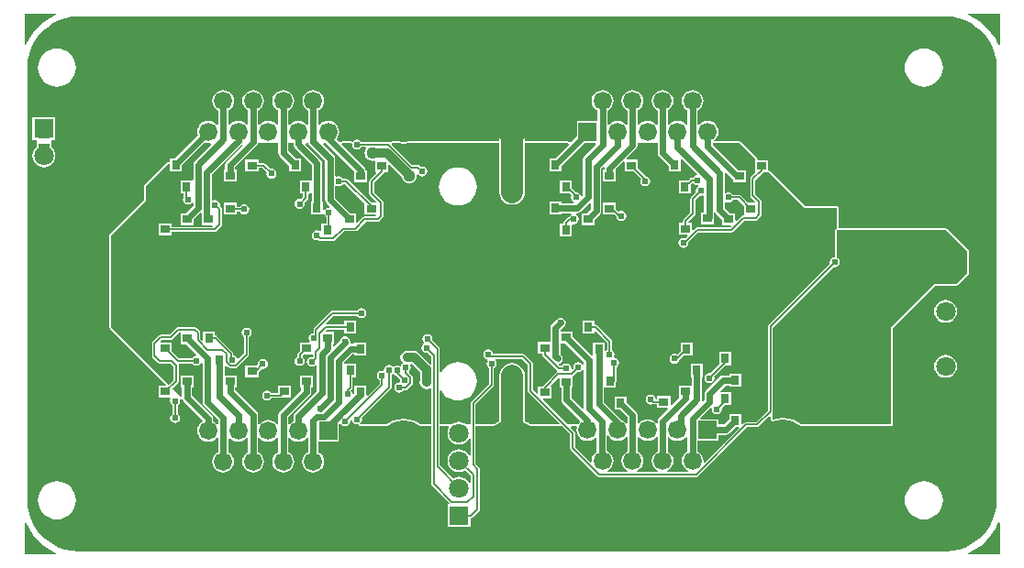
<source format=gbl>
From 8a918076632571bfdad866ccbc4068c4115b6db7 Mon Sep 17 00:00:00 2001
From: jaseg <git@jaseg.net>
Date: Sat, 11 Apr 2020 15:51:25 +0200
Subject: Add local changes

---
 hardware/Project Outputs for olsndot/led_drv.GBL | 4176 ----------------------
 1 file changed, 4176 deletions(-)
 delete mode 100644 hardware/Project Outputs for olsndot/led_drv.GBL

(limited to 'hardware/Project Outputs for olsndot/led_drv.GBL')

diff --git a/hardware/Project Outputs for olsndot/led_drv.GBL b/hardware/Project Outputs for olsndot/led_drv.GBL
deleted file mode 100644
index c0bc3d4..0000000
--- a/hardware/Project Outputs for olsndot/led_drv.GBL	
+++ /dev/null
@@ -1,4176 +0,0 @@
-G04 Layer_Physical_Order=2*
-G04 Layer_Color=16711680*
-%FSLAX25Y25*%
-%MOIN*%
-G70*
-G01*
-G75*
-%ADD22C,0.02400*%
-%ADD23C,0.00600*%
-%ADD24C,0.03200*%
-%ADD29C,0.05906*%
-%ADD30C,0.09843*%
-%ADD31C,0.07874*%
-%ADD32C,0.18740*%
-%ADD33R,0.06654X0.06654*%
-%ADD34C,0.06654*%
-%ADD35R,0.07087X0.07087*%
-%ADD36C,0.07087*%
-%ADD37R,0.07087X0.07087*%
-%ADD38C,0.02400*%
-%ADD39C,0.04400*%
-%ADD40C,0.03600*%
-%ADD41R,0.03543X0.03150*%
-%ADD42R,0.03150X0.03543*%
-%ADD43R,0.03937X0.02362*%
-%ADD44C,0.08000*%
-G36*
-X1646Y9270D02*
-X3160Y7005D01*
-X4956Y4956D01*
-X7005Y3160D01*
-X9270Y1646D01*
-X11594Y500D01*
-X11478Y0D01*
-X0D01*
-Y11478D01*
-X500Y11594D01*
-X1646Y9270D01*
-D02*
-G37*
-G36*
-X19685Y195729D02*
-X334646D01*
-X334688Y195737D01*
-X337070Y195581D01*
-X339453Y195107D01*
-X341754Y194326D01*
-X343933Y193252D01*
-X345953Y191902D01*
-X347780Y190300D01*
-X349382Y188473D01*
-X350732Y186453D01*
-X351807Y184274D01*
-X352588Y181973D01*
-X353062Y179590D01*
-X353218Y177208D01*
-X353209Y177165D01*
-Y19685D01*
-X353218Y19642D01*
-X353062Y17260D01*
-X352588Y14877D01*
-X351807Y12577D01*
-X350732Y10398D01*
-X349382Y8377D01*
-X347780Y6551D01*
-X345953Y4949D01*
-X343933Y3599D01*
-X341754Y2524D01*
-X339453Y1743D01*
-X337070Y1269D01*
-X334688Y1113D01*
-X334646Y1122D01*
-X19685D01*
-X19642Y1113D01*
-X17260Y1269D01*
-X14877Y1743D01*
-X12577Y2524D01*
-X10398Y3599D01*
-X8377Y4949D01*
-X6551Y6551D01*
-X4949Y8377D01*
-X3599Y10398D01*
-X2524Y12577D01*
-X1743Y14877D01*
-X1269Y17260D01*
-X1113Y19642D01*
-X1122Y19685D01*
-Y177165D01*
-X1113Y177208D01*
-X1269Y179590D01*
-X1743Y181973D01*
-X2524Y184274D01*
-X3599Y186453D01*
-X4949Y188473D01*
-X6551Y190300D01*
-X8377Y191902D01*
-X10398Y193252D01*
-X12577Y194326D01*
-X14877Y195107D01*
-X17260Y195581D01*
-X19642Y195737D01*
-X19685Y195729D01*
-D02*
-G37*
-G36*
-X354331Y11478D02*
-Y0D01*
-X342853D01*
-X342737Y500D01*
-X345060Y1646D01*
-X347326Y3160D01*
-X349374Y4956D01*
-X351171Y7005D01*
-X352685Y9270D01*
-X353831Y11594D01*
-X354331Y11478D01*
-D02*
-G37*
-G36*
-Y185373D02*
-X353831Y185256D01*
-X352685Y187580D01*
-X351171Y189846D01*
-X349374Y191894D01*
-X347326Y193691D01*
-X345060Y195204D01*
-X342737Y196350D01*
-X342853Y196850D01*
-X354331D01*
-Y185373D01*
-D02*
-G37*
-G36*
-X11594Y196350D02*
-X9270Y195204D01*
-X7005Y193691D01*
-X4956Y191894D01*
-X3160Y189846D01*
-X1646Y187580D01*
-X500Y185256D01*
-X0Y185373D01*
-Y196850D01*
-X11478D01*
-X11594Y196350D01*
-D02*
-G37*
-%LPC*%
-G36*
-X11811Y26618D02*
-X10458Y26484D01*
-X9158Y26090D01*
-X7959Y25449D01*
-X6909Y24587D01*
-X6047Y23537D01*
-X5406Y22338D01*
-X5012Y21037D01*
-X4878Y19685D01*
-X5012Y18333D01*
-X5406Y17032D01*
-X6047Y15834D01*
-X6909Y14783D01*
-X7959Y13921D01*
-X9158Y13280D01*
-X10458Y12886D01*
-X11811Y12753D01*
-X13163Y12886D01*
-X14464Y13280D01*
-X15663Y13921D01*
-X16713Y14783D01*
-X17575Y15834D01*
-X18216Y17032D01*
-X18610Y18333D01*
-X18744Y19685D01*
-X18610Y21037D01*
-X18216Y22338D01*
-X17575Y23537D01*
-X16713Y24587D01*
-X15663Y25449D01*
-X14464Y26090D01*
-X13163Y26484D01*
-X11811Y26618D01*
-D02*
-G37*
-G36*
-X334646Y72604D02*
-X333564Y72462D01*
-X332556Y72044D01*
-X331691Y71380D01*
-X331027Y70515D01*
-X330609Y69507D01*
-X330467Y68425D01*
-X330609Y67344D01*
-X331027Y66336D01*
-X331691Y65470D01*
-X332556Y64806D01*
-X333564Y64389D01*
-X334646Y64246D01*
-X335727Y64389D01*
-X336735Y64806D01*
-X337601Y65470D01*
-X338265Y66336D01*
-X338682Y67344D01*
-X338825Y68425D01*
-X338682Y69507D01*
-X338265Y70515D01*
-X337601Y71380D01*
-X336735Y72044D01*
-X335727Y72462D01*
-X334646Y72604D01*
-D02*
-G37*
-G36*
-Y92604D02*
-X333564Y92462D01*
-X332556Y92044D01*
-X331691Y91380D01*
-X331027Y90515D01*
-X330609Y89507D01*
-X330467Y88425D01*
-X330609Y87344D01*
-X331027Y86336D01*
-X331691Y85470D01*
-X332556Y84806D01*
-X333564Y84389D01*
-X334646Y84246D01*
-X335727Y84389D01*
-X336735Y84806D01*
-X337601Y85470D01*
-X338265Y86336D01*
-X338682Y87344D01*
-X338825Y88425D01*
-X338682Y89507D01*
-X338265Y90515D01*
-X337601Y91380D01*
-X336735Y92044D01*
-X335727Y92462D01*
-X334646Y92604D01*
-D02*
-G37*
-G36*
-X326772Y26618D02*
-X325419Y26484D01*
-X324119Y26090D01*
-X322920Y25449D01*
-X321870Y24587D01*
-X321007Y23537D01*
-X320367Y22338D01*
-X319972Y21037D01*
-X319839Y19685D01*
-X319972Y18333D01*
-X320367Y17032D01*
-X321007Y15834D01*
-X321870Y14783D01*
-X322920Y13921D01*
-X324119Y13280D01*
-X325419Y12886D01*
-X326772Y12753D01*
-X328124Y12886D01*
-X329425Y13280D01*
-X330623Y13921D01*
-X331674Y14783D01*
-X332536Y15834D01*
-X333176Y17032D01*
-X333571Y18333D01*
-X333704Y19685D01*
-X333571Y21037D01*
-X333176Y22338D01*
-X332536Y23537D01*
-X331674Y24587D01*
-X330623Y25449D01*
-X329425Y26090D01*
-X328124Y26484D01*
-X326772Y26618D01*
-D02*
-G37*
-G36*
-Y184098D02*
-X325419Y183965D01*
-X324119Y183570D01*
-X322920Y182930D01*
-X321870Y182067D01*
-X321007Y181017D01*
-X320367Y179818D01*
-X319972Y178518D01*
-X319839Y177165D01*
-X319972Y175813D01*
-X320367Y174512D01*
-X321007Y173314D01*
-X321870Y172263D01*
-X322920Y171401D01*
-X324119Y170761D01*
-X325419Y170366D01*
-X326772Y170233D01*
-X328124Y170366D01*
-X329425Y170761D01*
-X330623Y171401D01*
-X331674Y172263D01*
-X332536Y173314D01*
-X333176Y174512D01*
-X333571Y175813D01*
-X333704Y177165D01*
-X333571Y178518D01*
-X333176Y179818D01*
-X332536Y181017D01*
-X331674Y182067D01*
-X330623Y182930D01*
-X329425Y183570D01*
-X328124Y183965D01*
-X326772Y184098D01*
-D02*
-G37*
-G36*
-X11811D02*
-X10458Y183965D01*
-X9158Y183570D01*
-X7959Y182930D01*
-X6909Y182067D01*
-X6047Y181017D01*
-X5406Y179818D01*
-X5012Y178518D01*
-X4878Y177165D01*
-X5012Y175813D01*
-X5406Y174512D01*
-X6047Y173314D01*
-X6909Y172263D01*
-X7959Y171401D01*
-X9158Y170761D01*
-X10458Y170366D01*
-X11811Y170233D01*
-X13163Y170366D01*
-X14464Y170761D01*
-X15663Y171401D01*
-X16713Y172263D01*
-X17575Y173314D01*
-X18216Y174512D01*
-X18610Y175813D01*
-X18744Y177165D01*
-X18610Y178518D01*
-X18216Y179818D01*
-X17575Y181017D01*
-X16713Y182067D01*
-X15663Y182930D01*
-X14464Y183570D01*
-X13163Y183965D01*
-X11811Y184098D01*
-D02*
-G37*
-G36*
-X242736Y169000D02*
-X241711Y168865D01*
-X240756Y168469D01*
-X239936Y167840D01*
-X239306Y167020D01*
-X238911Y166065D01*
-X238776Y165039D01*
-X238911Y164014D01*
-X239306Y163059D01*
-X239936Y162239D01*
-X240756Y161609D01*
-X240901Y161549D01*
-Y156416D01*
-X240401Y156246D01*
-X240084Y156659D01*
-X239264Y157288D01*
-X238309Y157684D01*
-X237283Y157819D01*
-X236258Y157684D01*
-X235303Y157288D01*
-X234483Y156659D01*
-X234166Y156246D01*
-X233666Y156416D01*
-Y161549D01*
-X233811Y161609D01*
-X234631Y162239D01*
-X235261Y163059D01*
-X235656Y164014D01*
-X235791Y165039D01*
-X235656Y166065D01*
-X235261Y167020D01*
-X234631Y167840D01*
-X233811Y168469D01*
-X232856Y168865D01*
-X231831Y169000D01*
-X230806Y168865D01*
-X229850Y168469D01*
-X229030Y167840D01*
-X228401Y167020D01*
-X228005Y166065D01*
-X227870Y165039D01*
-X228005Y164014D01*
-X228401Y163059D01*
-X229030Y162239D01*
-X229850Y161609D01*
-X229995Y161549D01*
-Y156416D01*
-X229495Y156246D01*
-X229179Y156659D01*
-X228358Y157288D01*
-X227403Y157684D01*
-X226378Y157819D01*
-X225353Y157684D01*
-X224398Y157288D01*
-X223577Y156659D01*
-X223260Y156246D01*
-X222760Y156416D01*
-Y161549D01*
-X222905Y161609D01*
-X223726Y162239D01*
-X224355Y163059D01*
-X224751Y164014D01*
-X224886Y165039D01*
-X224751Y166065D01*
-X224355Y167020D01*
-X223726Y167840D01*
-X222905Y168469D01*
-X221950Y168865D01*
-X220925Y169000D01*
-X219900Y168865D01*
-X218945Y168469D01*
-X218125Y167840D01*
-X217495Y167020D01*
-X217099Y166065D01*
-X216965Y165039D01*
-X217099Y164014D01*
-X217495Y163059D01*
-X218125Y162239D01*
-X218945Y161609D01*
-X219090Y161549D01*
-Y156416D01*
-X218590Y156246D01*
-X218273Y156659D01*
-X217453Y157288D01*
-X216497Y157684D01*
-X215472Y157819D01*
-X214447Y157684D01*
-X213492Y157288D01*
-X212672Y156659D01*
-X212355Y156246D01*
-X211855Y156416D01*
-Y161549D01*
-X212000Y161609D01*
-X212820Y162239D01*
-X213450Y163059D01*
-X213845Y164014D01*
-X213980Y165039D01*
-X213845Y166065D01*
-X213450Y167020D01*
-X212820Y167840D01*
-X212000Y168469D01*
-X211045Y168865D01*
-X210020Y169000D01*
-X208995Y168865D01*
-X208039Y168469D01*
-X207219Y167840D01*
-X206590Y167020D01*
-X206194Y166065D01*
-X206059Y165039D01*
-X206194Y164014D01*
-X206590Y163059D01*
-X207219Y162239D01*
-X208039Y161609D01*
-X208184Y161549D01*
-Y157785D01*
-X200640D01*
-Y152055D01*
-X198509Y149924D01*
-X197998Y150066D01*
-X197879Y150115D01*
-X197787Y150206D01*
-X197658D01*
-X197539Y150256D01*
-X181805D01*
-Y159299D01*
-X181825Y159449D01*
-X181667Y160650D01*
-X181203Y161769D01*
-X180466Y162730D01*
-X179505Y163467D01*
-X178386Y163930D01*
-X177185Y164088D01*
-X175984Y163930D01*
-X174865Y163467D01*
-X173904Y162730D01*
-X173885Y162710D01*
-X173147Y161749D01*
-X172684Y160630D01*
-X172605Y160029D01*
-X172526Y159429D01*
-X172526Y159429D01*
-Y150256D01*
-X139561D01*
-X139529Y150243D01*
-X139497Y150253D01*
-X137776Y150083D01*
-X136054Y150253D01*
-X136022Y150243D01*
-X135991Y150256D01*
-X133598D01*
-X133478Y150206D01*
-X133349D01*
-X133258Y150115D01*
-X133139Y150066D01*
-X133081Y150033D01*
-X132722Y149921D01*
-X132506Y149973D01*
-X132425Y150027D01*
-X132074Y150096D01*
-X122452D01*
-X122198Y150477D01*
-X121602Y150874D01*
-X120900Y151014D01*
-X120198Y150874D01*
-X119602Y150477D01*
-X119544Y150390D01*
-X119215Y150066D01*
-X119013Y150149D01*
-X118819Y150253D01*
-X118787Y150243D01*
-X118756Y150256D01*
-X115453D01*
-X115334Y150206D01*
-X115205D01*
-X115114Y150115D01*
-X114994Y150066D01*
-X114483Y149924D01*
-X113261Y151145D01*
-X113824Y151878D01*
-X114219Y152833D01*
-X114354Y153858D01*
-X114219Y154883D01*
-X113824Y155839D01*
-X113194Y156659D01*
-X112374Y157288D01*
-X111419Y157684D01*
-X110394Y157819D01*
-X109369Y157684D01*
-X108413Y157288D01*
-X107593Y156659D01*
-X107276Y156246D01*
-X106776Y156416D01*
-Y161549D01*
-X106921Y161609D01*
-X107741Y162239D01*
-X108371Y163059D01*
-X108767Y164014D01*
-X108902Y165039D01*
-X108767Y166065D01*
-X108371Y167020D01*
-X107741Y167840D01*
-X106921Y168469D01*
-X105966Y168865D01*
-X104941Y169000D01*
-X103916Y168865D01*
-X102961Y168469D01*
-X102140Y167840D01*
-X101511Y167020D01*
-X101115Y166065D01*
-X100980Y165039D01*
-X101115Y164014D01*
-X101511Y163059D01*
-X102140Y162239D01*
-X102961Y161609D01*
-X103106Y161549D01*
-Y156416D01*
-X102606Y156246D01*
-X102289Y156659D01*
-X101469Y157288D01*
-X100513Y157684D01*
-X99488Y157819D01*
-X98463Y157684D01*
-X97508Y157288D01*
-X96688Y156659D01*
-X96371Y156246D01*
-X95871Y156416D01*
-Y161549D01*
-X96016Y161609D01*
-X96836Y162239D01*
-X97465Y163059D01*
-X97861Y164014D01*
-X97996Y165039D01*
-X97861Y166065D01*
-X97465Y167020D01*
-X96836Y167840D01*
-X96016Y168469D01*
-X95060Y168865D01*
-X94035Y169000D01*
-X93010Y168865D01*
-X92055Y168469D01*
-X91235Y167840D01*
-X90605Y167020D01*
-X90210Y166065D01*
-X90075Y165039D01*
-X90210Y164014D01*
-X90605Y163059D01*
-X91235Y162239D01*
-X92055Y161609D01*
-X92200Y161549D01*
-Y156416D01*
-X91700Y156246D01*
-X91383Y156659D01*
-X90563Y157288D01*
-X89608Y157684D01*
-X88583Y157819D01*
-X87558Y157684D01*
-X86602Y157288D01*
-X85782Y156659D01*
-X85465Y156246D01*
-X84965Y156416D01*
-Y161549D01*
-X85110Y161609D01*
-X85931Y162239D01*
-X86560Y163059D01*
-X86956Y164014D01*
-X87091Y165039D01*
-X86956Y166065D01*
-X86560Y167020D01*
-X85931Y167840D01*
-X85110Y168469D01*
-X84155Y168865D01*
-X83130Y169000D01*
-X82105Y168865D01*
-X81150Y168469D01*
-X80329Y167840D01*
-X79700Y167020D01*
-X79304Y166065D01*
-X79169Y165039D01*
-X79304Y164014D01*
-X79700Y163059D01*
-X80329Y162239D01*
-X81150Y161609D01*
-X81295Y161549D01*
-Y156416D01*
-X80795Y156246D01*
-X80478Y156659D01*
-X79658Y157288D01*
-X78702Y157684D01*
-X77677Y157819D01*
-X76652Y157684D01*
-X75697Y157288D01*
-X74877Y156659D01*
-X74560Y156246D01*
-X74060Y156416D01*
-Y161549D01*
-X74205Y161609D01*
-X75025Y162239D01*
-X75654Y163059D01*
-X76050Y164014D01*
-X76185Y165039D01*
-X76050Y166065D01*
-X75654Y167020D01*
-X75025Y167840D01*
-X74205Y168469D01*
-X73250Y168865D01*
-X72224Y169000D01*
-X71199Y168865D01*
-X70244Y168469D01*
-X69424Y167840D01*
-X68794Y167020D01*
-X68399Y166065D01*
-X68264Y165039D01*
-X68399Y164014D01*
-X68794Y163059D01*
-X69424Y162239D01*
-X70244Y161609D01*
-X70389Y161549D01*
-Y156416D01*
-X69889Y156246D01*
-X69572Y156659D01*
-X68752Y157288D01*
-X67797Y157684D01*
-X66772Y157819D01*
-X65747Y157684D01*
-X64791Y157288D01*
-X63971Y156659D01*
-X63342Y155839D01*
-X62946Y154883D01*
-X62811Y153858D01*
-X62946Y152833D01*
-X63006Y152688D01*
-X54422Y144104D01*
-X52943D01*
-Y143156D01*
-X52481Y142895D01*
-X52362Y142845D01*
-X52233D01*
-X52141Y142754D01*
-X52022Y142704D01*
-X43635Y134318D01*
-X43445Y133858D01*
-Y129009D01*
-X31037Y116601D01*
-X30847Y116142D01*
-X30847Y114173D01*
-Y86614D01*
-Y82677D01*
-X31037Y82218D01*
-X46785Y66470D01*
-X46785Y66470D01*
-X51366Y61889D01*
-X51175Y61427D01*
-X48809D01*
-Y57077D01*
-X52812D01*
-X53022Y56684D01*
-X53023Y56577D01*
-X52889Y55905D01*
-X53029Y55203D01*
-X53427Y54608D01*
-X53807Y54354D01*
-Y51158D01*
-X53427Y50904D01*
-X53029Y50309D01*
-X52889Y49606D01*
-X53029Y48904D01*
-X53427Y48309D01*
-X54022Y47911D01*
-X54724Y47771D01*
-X55427Y47911D01*
-X56022Y48309D01*
-X56420Y48904D01*
-X56560Y49606D01*
-X56420Y50309D01*
-X56022Y50904D01*
-X55642Y51158D01*
-Y54354D01*
-X56022Y54608D01*
-X56420Y55203D01*
-X56560Y55905D01*
-X56471Y56354D01*
-X56479Y56387D01*
-X56702Y56773D01*
-X56775Y56816D01*
-X57249Y56675D01*
-X57343Y56467D01*
-X57360Y56384D01*
-X57757Y55789D01*
-X64661Y48886D01*
-X64685Y48778D01*
-X64592Y48253D01*
-X63951Y47761D01*
-X63322Y46941D01*
-X62926Y45986D01*
-X62791Y44961D01*
-X62926Y43936D01*
-X63322Y42980D01*
-X63951Y42160D01*
-X64772Y41531D01*
-X65727Y41135D01*
-X66752Y41000D01*
-X67777Y41135D01*
-X68732Y41531D01*
-X69553Y42160D01*
-X69889Y42599D01*
-X70389Y42429D01*
-Y37278D01*
-X70224Y37210D01*
-X69404Y36580D01*
-X68775Y35760D01*
-X68379Y34805D01*
-X68244Y33779D01*
-X68379Y32754D01*
-X68775Y31799D01*
-X69404Y30979D01*
-X70224Y30349D01*
-X71180Y29954D01*
-X72205Y29819D01*
-X73230Y29954D01*
-X74185Y30349D01*
-X75005Y30979D01*
-X75635Y31799D01*
-X76030Y32754D01*
-X76165Y33779D01*
-X76030Y34805D01*
-X75635Y35760D01*
-X75005Y36580D01*
-X74185Y37210D01*
-X74060Y37262D01*
-Y42378D01*
-X74560Y42547D01*
-X74857Y42160D01*
-X75677Y41531D01*
-X76632Y41135D01*
-X77658Y41000D01*
-X78683Y41135D01*
-X79638Y41531D01*
-X80458Y42160D01*
-X80795Y42599D01*
-X81295Y42429D01*
-Y37278D01*
-X81130Y37210D01*
-X80310Y36580D01*
-X79680Y35760D01*
-X79285Y34805D01*
-X79150Y33779D01*
-X79285Y32754D01*
-X79680Y31799D01*
-X80310Y30979D01*
-X81130Y30349D01*
-X82085Y29954D01*
-X83110Y29819D01*
-X84135Y29954D01*
-X85091Y30349D01*
-X85911Y30979D01*
-X86540Y31799D01*
-X86936Y32754D01*
-X87071Y33779D01*
-X86936Y34805D01*
-X86540Y35760D01*
-X85911Y36580D01*
-X85091Y37210D01*
-X84965Y37262D01*
-Y42378D01*
-X85465Y42547D01*
-X85762Y42160D01*
-X86583Y41531D01*
-X87538Y41135D01*
-X88563Y41000D01*
-X89588Y41135D01*
-X90543Y41531D01*
-X91364Y42160D01*
-X91700Y42599D01*
-X92200Y42429D01*
-Y37278D01*
-X92035Y37210D01*
-X91215Y36580D01*
-X90586Y35760D01*
-X90190Y34805D01*
-X90055Y33779D01*
-X90190Y32754D01*
-X90586Y31799D01*
-X91215Y30979D01*
-X92035Y30349D01*
-X92991Y29954D01*
-X94016Y29819D01*
-X95041Y29954D01*
-X95996Y30349D01*
-X96816Y30979D01*
-X97446Y31799D01*
-X97841Y32754D01*
-X97976Y33779D01*
-X97841Y34805D01*
-X97446Y35760D01*
-X96816Y36580D01*
-X95996Y37210D01*
-X95871Y37262D01*
-Y42378D01*
-X96371Y42547D01*
-X96668Y42160D01*
-X97488Y41531D01*
-X98443Y41135D01*
-X99468Y41000D01*
-X100494Y41135D01*
-X101449Y41531D01*
-X102269Y42160D01*
-X102586Y42573D01*
-X103086Y42403D01*
-Y37270D01*
-X102941Y37210D01*
-X102121Y36580D01*
-X101491Y35760D01*
-X101096Y34805D01*
-X100961Y33779D01*
-X101096Y32754D01*
-X101491Y31799D01*
-X102121Y30979D01*
-X102941Y30349D01*
-X103896Y29954D01*
-X104921Y29819D01*
-X105946Y29954D01*
-X106902Y30349D01*
-X107722Y30979D01*
-X108351Y31799D01*
-X108747Y32754D01*
-X108882Y33779D01*
-X108747Y34805D01*
-X108351Y35760D01*
-X107722Y36580D01*
-X106902Y37210D01*
-X106756Y37270D01*
-Y41034D01*
-X114301D01*
-Y47388D01*
-X114430Y47491D01*
-X115068Y47382D01*
-X115238Y47128D01*
-X115833Y46730D01*
-X116535Y46590D01*
-X117238Y46730D01*
-X117833Y47128D01*
-X118231Y47723D01*
-X118371Y48425D01*
-X118310Y48730D01*
-X118620Y49021D01*
-X119099Y48867D01*
-X119171Y48510D01*
-X119568Y47915D01*
-X120164Y47517D01*
-X120866Y47377D01*
-X121314Y47466D01*
-X121439Y47056D01*
-X121540Y46932D01*
-X121601Y46785D01*
-X121692Y46747D01*
-X121754Y46671D01*
-X121913Y46656D01*
-X122060Y46595D01*
-X131634D01*
-X131837Y46679D01*
-X132046Y46742D01*
-X132553Y47157D01*
-X134172Y48023D01*
-X135929Y48556D01*
-X137756Y48736D01*
-X139583Y48556D01*
-X141340Y48023D01*
-X142959Y47157D01*
-X143465Y46742D01*
-X143675Y46679D01*
-X143877Y46595D01*
-X147901D01*
-Y25591D01*
-X147971Y25239D01*
-X148170Y24942D01*
-X154335Y18777D01*
-X154128Y18277D01*
-X153731D01*
-Y9991D01*
-X162017D01*
-Y13216D01*
-X162165D01*
-X162516Y13286D01*
-X162814Y13485D01*
-X165216Y15887D01*
-X165415Y16184D01*
-X165485Y16535D01*
-Y31102D01*
-X165415Y31453D01*
-X165216Y31751D01*
-X163910Y33057D01*
-Y46595D01*
-X170680D01*
-X170882Y46679D01*
-X171092Y46742D01*
-X171982Y47472D01*
-X172097Y47534D01*
-X172526Y47277D01*
-Y39705D01*
-X172526Y39705D01*
-X172605Y39104D01*
-X172684Y38504D01*
-X173147Y37385D01*
-X173885Y36424D01*
-X173904Y36404D01*
-X174865Y35667D01*
-X175984Y35203D01*
-X177185Y35045D01*
-X178386Y35203D01*
-X179505Y35667D01*
-X180466Y36404D01*
-X181203Y37365D01*
-X181667Y38484D01*
-X181825Y39685D01*
-X181805Y39834D01*
-Y47298D01*
-X182234Y47555D01*
-X182388Y47472D01*
-X183278Y46742D01*
-X183488Y46679D01*
-X183690Y46595D01*
-X194217D01*
-X194336Y46644D01*
-X194466D01*
-X194557Y46735D01*
-X194676Y46785D01*
-X195188Y46927D01*
-X198295Y43819D01*
-Y38583D01*
-X198365Y38232D01*
-X198564Y37934D01*
-X208013Y28485D01*
-X208310Y28286D01*
-X208661Y28216D01*
-X244094D01*
-X244446Y28286D01*
-X244743Y28485D01*
-X262585Y46327D01*
-X266142D01*
-X266493Y46396D01*
-X266791Y46595D01*
-X270542Y50347D01*
-X271004Y50156D01*
-Y49438D01*
-X271023Y49391D01*
-X271011Y49343D01*
-X271116Y49167D01*
-X271194Y48979D01*
-X271241Y48959D01*
-X271267Y48916D01*
-X271767Y48546D01*
-X271815Y48533D01*
-X271847Y48494D01*
-X272051Y48474D01*
-X272249Y48425D01*
-X272292Y48451D01*
-X272342Y48446D01*
-X273744Y48871D01*
-X275571Y49051D01*
-X277398Y48871D01*
-X279155Y48338D01*
-X280774Y47472D01*
-X281664Y46742D01*
-X281874Y46679D01*
-X282076Y46595D01*
-X314961D01*
-X315420Y46785D01*
-X315610Y47244D01*
-X315610Y82408D01*
-X330978Y97776D01*
-X338583Y97776D01*
-X339042Y97966D01*
-X342979Y101903D01*
-X343169Y102362D01*
-Y110236D01*
-X342979Y110696D01*
-X335105Y118570D01*
-X334646Y118760D01*
-X295925D01*
-Y125984D01*
-X295735Y126444D01*
-X295276Y126634D01*
-X283734D01*
-X276050Y134318D01*
-X270958Y139409D01*
-X270864Y139448D01*
-X270799Y139526D01*
-X270388Y139740D01*
-X270233Y139753D01*
-X270088Y139813D01*
-Y143513D01*
-X266473D01*
-X266167Y143931D01*
-X266118Y144050D01*
-Y144179D01*
-X266026Y144271D01*
-X265977Y144390D01*
-X260302Y150066D01*
-X259842Y150256D01*
-X250766D01*
-X250596Y150756D01*
-X250990Y151058D01*
-X251619Y151878D01*
-X252015Y152833D01*
-X252150Y153858D01*
-X252015Y154883D01*
-X251619Y155839D01*
-X250990Y156659D01*
-X250169Y157288D01*
-X249214Y157684D01*
-X248189Y157819D01*
-X247164Y157684D01*
-X246209Y157288D01*
-X245388Y156659D01*
-X245072Y156246D01*
-X244571Y156416D01*
-Y161549D01*
-X244717Y161609D01*
-X245537Y162239D01*
-X246166Y163059D01*
-X246562Y164014D01*
-X246697Y165039D01*
-X246562Y166065D01*
-X246166Y167020D01*
-X245537Y167840D01*
-X244717Y168469D01*
-X243761Y168865D01*
-X242736Y169000D01*
-D02*
-G37*
-G36*
-X11230Y159143D02*
-X2943D01*
-Y150857D01*
-X4242D01*
-X4518Y150581D01*
-Y150206D01*
-X4518Y150081D01*
-Y148252D01*
-X4132Y147955D01*
-X3467Y147090D01*
-X3050Y146082D01*
-X2908Y145000D01*
-X3050Y143918D01*
-X3467Y142911D01*
-X4132Y142045D01*
-X4997Y141381D01*
-X6005Y140963D01*
-X7087Y140821D01*
-X8168Y140963D01*
-X9176Y141381D01*
-X10042Y142045D01*
-X10706Y142911D01*
-X11123Y143918D01*
-X11266Y145000D01*
-X11123Y146082D01*
-X10706Y147090D01*
-X10042Y147955D01*
-X9655Y148252D01*
-Y150081D01*
-X9655Y150206D01*
-Y150581D01*
-X10093Y150857D01*
-X11230D01*
-Y159143D01*
-D02*
-G37*
-G36*
-X39390Y164088D02*
-X38189Y163930D01*
-X37070Y163467D01*
-X36109Y162730D01*
-X36089Y162710D01*
-X35352Y161749D01*
-X34888Y160630D01*
-X34730Y159429D01*
-X34888Y158228D01*
-X35352Y157109D01*
-X36089Y156148D01*
-X37050Y155411D01*
-X38169Y154947D01*
-X39370Y154789D01*
-X40571Y154947D01*
-X41690Y155411D01*
-X42651Y156148D01*
-X42671Y156168D01*
-X43408Y157129D01*
-X43871Y158248D01*
-X44030Y159449D01*
-X43871Y160650D01*
-X43408Y161769D01*
-X42671Y162730D01*
-X41710Y163467D01*
-X40591Y163930D01*
-X39390Y164088D01*
-D02*
-G37*
-%LPD*%
-G36*
-X182941Y68911D02*
-Y59554D01*
-X183010Y59203D01*
-X183209Y58905D01*
-X194409Y47706D01*
-X194217Y47244D01*
-X183690D01*
-X182751Y48015D01*
-X181805Y48520D01*
-Y64961D01*
-X181647Y66162D01*
-X181183Y67281D01*
-X180446Y68241D01*
-X179485Y68979D01*
-X178366Y69442D01*
-X177165Y69600D01*
-X175964Y69442D01*
-X174846Y68979D01*
-X173885Y68241D01*
-X173147Y67281D01*
-X172684Y66162D01*
-X172526Y64961D01*
-Y48500D01*
-X171619Y48015D01*
-X170680Y47244D01*
-X163910D01*
-Y54738D01*
-X170333Y61162D01*
-X170532Y61459D01*
-X170602Y61810D01*
-Y67739D01*
-X170982Y67993D01*
-X171380Y68589D01*
-X171520Y69291D01*
-X171380Y69994D01*
-X170982Y70589D01*
-X170922Y70630D01*
-X171073Y71130D01*
-X180722D01*
-X182941Y68911D01*
-D02*
-G37*
-G36*
-X143820Y66394D02*
-Y63561D01*
-X143802Y63535D01*
-X143616Y62598D01*
-X143802Y61662D01*
-X144333Y60868D01*
-X145127Y60338D01*
-X146063Y60151D01*
-X146999Y60338D01*
-X147401Y60606D01*
-X147901Y60339D01*
-Y47244D01*
-X143877D01*
-X143322Y47700D01*
-X141590Y48626D01*
-X139710Y49196D01*
-X137756Y49388D01*
-X135801Y49196D01*
-X133922Y48626D01*
-X132190Y47700D01*
-X131634Y47244D01*
-X122060D01*
-X121908Y47744D01*
-X122164Y47915D01*
-X122562Y48510D01*
-X122701Y49213D01*
-X122612Y49661D01*
-X133082Y60130D01*
-X133281Y60428D01*
-X133350Y60779D01*
-Y65219D01*
-X133806Y65640D01*
-X134096Y65632D01*
-X134199Y65589D01*
-X134731Y65233D01*
-X135121Y65156D01*
-X136443Y63834D01*
-X136353Y63386D01*
-X136444Y62931D01*
-X136259Y62546D01*
-X136072Y62436D01*
-X135518Y62326D01*
-X134923Y61928D01*
-X134525Y61332D01*
-X134385Y60630D01*
-X134525Y59928D01*
-X134923Y59332D01*
-X135518Y58934D01*
-X136221Y58795D01*
-X136923Y58934D01*
-X137518Y59332D01*
-X137772Y59712D01*
-X138403D01*
-X138754Y59782D01*
-X139052Y59981D01*
-X140938Y61867D01*
-X141137Y62165D01*
-X141206Y62516D01*
-Y64256D01*
-X141137Y64607D01*
-X140938Y64905D01*
-X139713Y66130D01*
-X139762Y66734D01*
-X139880Y66812D01*
-X140278Y67408D01*
-X140418Y68110D01*
-X140278Y68812D01*
-X140274Y68818D01*
-X140520Y69321D01*
-X140855Y69358D01*
-X143820Y66394D01*
-D02*
-G37*
-G36*
-X203283Y67116D02*
-Y53169D01*
-X203239Y53129D01*
-X202817Y52928D01*
-X198686Y57059D01*
-Y60620D01*
-X199222D01*
-Y64891D01*
-X199336Y64968D01*
-X200733Y66364D01*
-X201181Y66275D01*
-X201883Y66415D01*
-X202479Y66812D01*
-X202783Y67268D01*
-X203283Y67116D01*
-D02*
-G37*
-G36*
-X194479Y64127D02*
-Y60620D01*
-X195015D01*
-Y56299D01*
-X195155Y55597D01*
-X195553Y55001D01*
-X201901Y48653D01*
-X201868Y48154D01*
-X201766Y48076D01*
-X201137Y47256D01*
-X201132Y47244D01*
-X197466D01*
-X188292Y56418D01*
-X188483Y56880D01*
-X191348D01*
-Y61230D01*
-X191348D01*
-X191209Y61565D01*
-X193979Y64335D01*
-X194479Y64127D01*
-D02*
-G37*
-G36*
-X259648Y45985D02*
-X247117Y33454D01*
-X246643Y33687D01*
-X246697Y34095D01*
-X246562Y35120D01*
-X246166Y36075D01*
-X245537Y36895D01*
-X244717Y37525D01*
-X244571Y37585D01*
-Y41349D01*
-X252116D01*
-Y43440D01*
-X254724D01*
-X255427Y43580D01*
-X256022Y43978D01*
-X258491Y46447D01*
-X259457D01*
-X259648Y45985D01*
-D02*
-G37*
-G36*
-X223577Y42475D02*
-X224398Y41846D01*
-X225353Y41450D01*
-X226378Y41315D01*
-X227403Y41450D01*
-X228358Y41846D01*
-X229179Y42475D01*
-X229495Y42888D01*
-X229995Y42718D01*
-Y37585D01*
-X229850Y37525D01*
-X229030Y36895D01*
-X228401Y36075D01*
-X228005Y35120D01*
-X227870Y34095D01*
-X228005Y33069D01*
-X228401Y32114D01*
-X229030Y31294D01*
-X229850Y30665D01*
-X230123Y30551D01*
-X230024Y30051D01*
-X222732D01*
-X222633Y30551D01*
-X222905Y30665D01*
-X223726Y31294D01*
-X224355Y32114D01*
-X224751Y33069D01*
-X224886Y34095D01*
-X224751Y35120D01*
-X224355Y36075D01*
-X223726Y36895D01*
-X222905Y37525D01*
-X222760Y37585D01*
-Y42718D01*
-X223260Y42888D01*
-X223577Y42475D01*
-D02*
-G37*
-G36*
-X212042Y43295D02*
-X212672Y42475D01*
-X213492Y41846D01*
-X214447Y41450D01*
-X215472Y41315D01*
-X216497Y41450D01*
-X217453Y41846D01*
-X218273Y42475D01*
-X218590Y42888D01*
-X219090Y42718D01*
-Y37585D01*
-X218945Y37525D01*
-X218125Y36895D01*
-X217495Y36075D01*
-X217099Y35120D01*
-X216965Y34095D01*
-X217099Y33069D01*
-X217495Y32114D01*
-X218125Y31294D01*
-X218945Y30665D01*
-X219218Y30551D01*
-X219118Y30051D01*
-X211827D01*
-X211727Y30551D01*
-X212000Y30665D01*
-X212820Y31294D01*
-X213450Y32114D01*
-X213845Y33069D01*
-X213980Y34095D01*
-X213845Y35120D01*
-X213450Y36075D01*
-X212820Y36895D01*
-X212000Y37525D01*
-X211529Y37720D01*
-Y43228D01*
-X212029Y43328D01*
-X212042Y43295D01*
-D02*
-G37*
-G36*
-X240901Y42718D02*
-Y37585D01*
-X240756Y37525D01*
-X239936Y36895D01*
-X239306Y36075D01*
-X238911Y35120D01*
-X238776Y34095D01*
-X238911Y33069D01*
-X239306Y32114D01*
-X239936Y31294D01*
-X240756Y30665D01*
-X241029Y30551D01*
-X240929Y30051D01*
-X233638D01*
-X233538Y30551D01*
-X233811Y30665D01*
-X234631Y31294D01*
-X235261Y32114D01*
-X235656Y33069D01*
-X235791Y34095D01*
-X235656Y35120D01*
-X235261Y36075D01*
-X234631Y36895D01*
-X233811Y37525D01*
-X233666Y37585D01*
-Y42718D01*
-X234166Y42888D01*
-X234483Y42475D01*
-X235303Y41846D01*
-X236258Y41450D01*
-X237283Y41315D01*
-X238309Y41450D01*
-X239264Y41846D01*
-X240084Y42475D01*
-X240401Y42888D01*
-X240901Y42718D01*
-D02*
-G37*
-G36*
-X154201Y46095D02*
-X153837Y45215D01*
-X153695Y44134D01*
-X153837Y43052D01*
-X154255Y42044D01*
-X154919Y41179D01*
-X155784Y40515D01*
-X156792Y40097D01*
-X157874Y39955D01*
-X158956Y40097D01*
-X159964Y40515D01*
-X160829Y41179D01*
-X161493Y42044D01*
-X161574Y42241D01*
-X162074Y42141D01*
-Y36127D01*
-X161574Y36027D01*
-X161493Y36223D01*
-X160829Y37089D01*
-X159964Y37753D01*
-X158956Y38170D01*
-X157874Y38313D01*
-X156792Y38170D01*
-X155784Y37753D01*
-X154919Y37089D01*
-X154255Y36223D01*
-X153837Y35215D01*
-X153695Y34134D01*
-X153837Y33052D01*
-X154255Y32044D01*
-X154919Y31179D01*
-X155784Y30515D01*
-X156792Y30097D01*
-X157874Y29955D01*
-X158956Y30097D01*
-X159964Y30515D01*
-X160095Y30615D01*
-X162074Y28636D01*
-Y26127D01*
-X161574Y26027D01*
-X161493Y26223D01*
-X160829Y27089D01*
-X159964Y27753D01*
-X158956Y28170D01*
-X157874Y28313D01*
-X156792Y28170D01*
-X155784Y27753D01*
-X155653Y27652D01*
-X150936Y32369D01*
-Y46595D01*
-X153973D01*
-X154201Y46095D01*
-D02*
-G37*
-G36*
-X200714D02*
-X200606Y45276D01*
-X200741Y44251D01*
-X201137Y43295D01*
-X201766Y42475D01*
-X202587Y41846D01*
-X203542Y41450D01*
-X204567Y41315D01*
-X205592Y41450D01*
-X206547Y41846D01*
-X207358Y42468D01*
-X207546Y42443D01*
-X207858Y42337D01*
-Y37386D01*
-X207219Y36895D01*
-X206590Y36075D01*
-X206194Y35120D01*
-X206059Y34095D01*
-X206113Y33687D01*
-X205639Y33454D01*
-X200130Y38963D01*
-Y44200D01*
-X200060Y44551D01*
-X199862Y44848D01*
-X198577Y46133D01*
-X198769Y46595D01*
-X200378D01*
-X200714Y46095D01*
-D02*
-G37*
-G36*
-X342520Y110236D02*
-Y102362D01*
-X338583Y98425D01*
-X330709Y98425D01*
-X314961Y82677D01*
-X314961Y47244D01*
-X282076D01*
-X281137Y48015D01*
-X279405Y48941D01*
-X277525Y49511D01*
-X275571Y49703D01*
-X273616Y49511D01*
-X272153Y49067D01*
-X271654Y49438D01*
-Y51459D01*
-X271852Y51755D01*
-X271922Y52106D01*
-Y82566D01*
-X293909Y104553D01*
-X294357Y104464D01*
-X295059Y104604D01*
-X295655Y105001D01*
-X296053Y105597D01*
-X296192Y106299D01*
-X296053Y107001D01*
-X295655Y107597D01*
-X295276Y107850D01*
-Y118110D01*
-X334646D01*
-X342520Y110236D01*
-D02*
-G37*
-G36*
-X123613Y127846D02*
-Y123613D01*
-X127466D01*
-X127733Y123113D01*
-X127634Y122965D01*
-X123622D01*
-X123271Y122895D01*
-X122973Y122696D01*
-X120944Y120667D01*
-X120482Y120858D01*
-Y124222D01*
-X118531D01*
-X112859Y129894D01*
-Y133939D01*
-X113359Y134206D01*
-X113471Y134131D01*
-X114173Y133992D01*
-X114875Y134131D01*
-X115471Y134529D01*
-X115725Y134909D01*
-X116549D01*
-X123613Y127846D01*
-D02*
-G37*
-G36*
-X246449Y130572D02*
-X246834Y130367D01*
-Y124419D01*
-X245660D01*
-Y120069D01*
-X250403D01*
-Y122372D01*
-X250505Y122882D01*
-Y124305D01*
-X251005Y124457D01*
-X251214Y124143D01*
-X253534Y121823D01*
-Y119872D01*
-X256504D01*
-X256695Y119411D01*
-X256313Y119028D01*
-X244383D01*
-X244032Y118958D01*
-X243734Y118759D01*
-X242991Y118016D01*
-X242529Y118207D01*
-Y120679D01*
-X241476D01*
-X241269Y121179D01*
-X243478Y123388D01*
-X243677Y123686D01*
-X243747Y124037D01*
-Y129063D01*
-X245221Y130537D01*
-X245669Y130448D01*
-X246334Y130580D01*
-X246449Y130572D01*
-D02*
-G37*
-G36*
-X103219Y149606D02*
-X103245Y149475D01*
-X103643Y148879D01*
-X109188Y143334D01*
-Y129134D01*
-X109328Y128431D01*
-X109726Y127836D01*
-X110852Y126710D01*
-X110663Y126314D01*
-X110614Y126241D01*
-X109928Y126105D01*
-X109332Y125707D01*
-X109241Y125570D01*
-X108573Y125471D01*
-X108474Y125552D01*
-Y128356D01*
-X108134D01*
-Y142520D01*
-X107995Y143222D01*
-X107597Y143817D01*
-X102270Y149144D01*
-X102461Y149606D01*
-X103219D01*
-D02*
-G37*
-G36*
-X261408Y126861D02*
-Y123613D01*
-X261014Y123357D01*
-X260672Y123289D01*
-X260375Y123090D01*
-X258739Y121454D01*
-X258277Y121645D01*
-Y124222D01*
-X256326D01*
-X254347Y126201D01*
-Y128196D01*
-X254847Y128464D01*
-X255203Y128226D01*
-X255906Y128086D01*
-X256608Y128226D01*
-X257203Y128623D01*
-X257457Y129004D01*
-X259266D01*
-X261408Y126861D01*
-D02*
-G37*
-G36*
-X109609Y149606D02*
-X119676Y139540D01*
-Y135424D01*
-X124419D01*
-Y139773D01*
-X123881D01*
-X123743Y140466D01*
-X123345Y141061D01*
-X115262Y149144D01*
-X115453Y149606D01*
-X118756D01*
-X119073Y149220D01*
-X119065Y149179D01*
-X119204Y148476D01*
-X119602Y147881D01*
-X120198Y147483D01*
-X120900Y147344D01*
-X121602Y147483D01*
-X122198Y147881D01*
-X122452Y148261D01*
-X123905D01*
-X124152Y147761D01*
-X123932Y147475D01*
-X123650Y146794D01*
-X123554Y146063D01*
-X123650Y145332D01*
-X123932Y144651D01*
-X124381Y144066D01*
-X124966Y143617D01*
-X125647Y143335D01*
-X126378Y143239D01*
-X127050Y143327D01*
-X127152Y143300D01*
-X127550Y142976D01*
-Y139164D01*
-X127764D01*
-X127955Y138702D01*
-X125532Y136279D01*
-X125333Y135981D01*
-X125264Y135630D01*
-Y131299D01*
-X125333Y130948D01*
-X125532Y130650D01*
-X127758Y128424D01*
-X127567Y127962D01*
-X126091D01*
-X117578Y136476D01*
-X117280Y136674D01*
-X116929Y136744D01*
-X115725D01*
-X115471Y137125D01*
-X114875Y137522D01*
-X114173Y137662D01*
-X113471Y137522D01*
-X113359Y137448D01*
-X112859Y137715D01*
-Y144095D01*
-X112719Y144797D01*
-X112321Y145392D01*
-X108569Y149144D01*
-X108760Y149606D01*
-X109609D01*
-D02*
-G37*
-G36*
-X64700Y69478D02*
-Y55512D01*
-X64840Y54809D01*
-X65238Y54214D01*
-X70389Y49063D01*
-Y47388D01*
-X69889Y47323D01*
-X69553Y47761D01*
-X68732Y48391D01*
-X68607Y48443D01*
-Y49370D01*
-X68467Y50072D01*
-X68069Y50668D01*
-X60890Y57847D01*
-Y60817D01*
-X61427D01*
-Y65167D01*
-X56683D01*
-Y60817D01*
-X57220D01*
-Y57661D01*
-X56720Y57453D01*
-X53700Y60473D01*
-X55767Y62540D01*
-X55966Y62838D01*
-X56036Y63189D01*
-Y68898D01*
-X56005Y69055D01*
-X56232Y69454D01*
-X56363Y69555D01*
-X61047D01*
-X61301Y69175D01*
-X61896Y68777D01*
-X62598Y68637D01*
-X63301Y68777D01*
-X63896Y69175D01*
-X64200Y69630D01*
-X64700Y69478D01*
-D02*
-G37*
-G36*
-X67617Y149606D02*
-X67809Y149144D01*
-X61844Y143180D01*
-X61446Y142584D01*
-X61307Y141882D01*
-Y136617D01*
-X61033Y136230D01*
-X60807Y136230D01*
-X56683D01*
-Y131487D01*
-X57941D01*
-Y130117D01*
-X57753Y129836D01*
-X57614Y129134D01*
-X57753Y128431D01*
-X58151Y127836D01*
-X58746Y127438D01*
-X59449Y127299D01*
-X60151Y127438D01*
-X60747Y127836D01*
-X60807Y127926D01*
-X61307Y127774D01*
-Y126894D01*
-X58635Y124222D01*
-X56683D01*
-Y119872D01*
-X61427D01*
-Y121824D01*
-X63956Y124353D01*
-X64456Y124145D01*
-Y122685D01*
-X64557Y122175D01*
-Y119872D01*
-X68214D01*
-X68481Y119372D01*
-X68382Y119225D01*
-X53553D01*
-Y120482D01*
-X48809D01*
-Y116132D01*
-X53553D01*
-Y117390D01*
-X69095D01*
-X69446Y117459D01*
-X69743Y117658D01*
-X71515Y119430D01*
-X71714Y119728D01*
-X71784Y120079D01*
-Y125591D01*
-X71714Y125942D01*
-X71515Y126239D01*
-X71037Y126717D01*
-X71127Y127165D01*
-X70987Y127868D01*
-X70589Y128463D01*
-X69994Y128861D01*
-X69291Y129001D01*
-X68626Y128868D01*
-X68511Y128876D01*
-X68126Y129082D01*
-Y138366D01*
-X78975Y149214D01*
-X79021Y149283D01*
-X79049Y149281D01*
-X79235Y148760D01*
-X73505Y143030D01*
-X73108Y142435D01*
-X72968Y141732D01*
-Y139970D01*
-X72431D01*
-Y135620D01*
-X77175D01*
-Y139970D01*
-X76638D01*
-Y140972D01*
-X84428Y148761D01*
-X84825Y149357D01*
-X84875Y149606D01*
-X92200D01*
-Y146122D01*
-X92340Y145420D01*
-X92738Y144824D01*
-X96250Y141312D01*
-Y139361D01*
-X100600D01*
-Y144104D01*
-X98649D01*
-X95871Y146882D01*
-Y149606D01*
-X97653D01*
-Y149331D01*
-X97793Y148628D01*
-X98190Y148033D01*
-X104464Y141760D01*
-Y136679D01*
-X104340Y136230D01*
-X103964Y136230D01*
-X99991D01*
-Y131487D01*
-X101248D01*
-Y130104D01*
-X100448Y129305D01*
-X100000Y129394D01*
-X99298Y129255D01*
-X98702Y128857D01*
-X98304Y128261D01*
-X98165Y127559D01*
-X98304Y126857D01*
-X98702Y126261D01*
-X99298Y125864D01*
-X100000Y125724D01*
-X100702Y125864D01*
-X101298Y126261D01*
-X101696Y126857D01*
-X101835Y127559D01*
-X101746Y128007D01*
-X102814Y129076D01*
-X103013Y129373D01*
-X103083Y129724D01*
-Y131133D01*
-X103437Y131487D01*
-X104340Y131487D01*
-X104464Y131038D01*
-Y128356D01*
-X104124D01*
-Y123613D01*
-X108474D01*
-Y123613D01*
-X108663Y123651D01*
-X108974Y123648D01*
-X109332Y123112D01*
-X109712Y122858D01*
-Y120482D01*
-X107865D01*
-Y117862D01*
-X107365Y117594D01*
-X107001Y117837D01*
-X106299Y117977D01*
-X105597Y117837D01*
-X105001Y117439D01*
-X104603Y116844D01*
-X104464Y116141D01*
-X104603Y115439D01*
-X105001Y114844D01*
-X105597Y114446D01*
-X106299Y114306D01*
-X106747Y114395D01*
-X106831Y114312D01*
-X107129Y114113D01*
-X107480Y114043D01*
-X112192D01*
-X112544Y114113D01*
-X112841Y114312D01*
-X116116Y117586D01*
-X120079D01*
-X120430Y117656D01*
-X120728Y117855D01*
-X124002Y121130D01*
-X128347D01*
-X128698Y121200D01*
-X128995Y121398D01*
-X130176Y122580D01*
-X130375Y122877D01*
-X130445Y123228D01*
-Y127953D01*
-X130375Y128304D01*
-X130176Y128602D01*
-X127099Y131679D01*
-Y135250D01*
-X130570Y138721D01*
-X130769Y139019D01*
-X130798Y139164D01*
-X132293D01*
-Y141599D01*
-X132755Y141790D01*
-X136968Y137577D01*
-X137036Y137064D01*
-X137318Y136383D01*
-X137767Y135798D01*
-X138352Y135350D01*
-X139033Y135067D01*
-X139764Y134971D01*
-X140495Y135067D01*
-X141176Y135350D01*
-X141761Y135798D01*
-X142210Y136383D01*
-X142492Y137064D01*
-X142588Y137795D01*
-X142542Y138143D01*
-X143023Y138323D01*
-X143191Y138072D01*
-X143786Y137674D01*
-X144488Y137535D01*
-X145191Y137674D01*
-X145786Y138072D01*
-X146184Y138668D01*
-X146324Y139370D01*
-X146184Y140072D01*
-X145786Y140668D01*
-X145191Y141066D01*
-X144488Y141205D01*
-X144040Y141116D01*
-X143612Y141544D01*
-X143314Y141743D01*
-X142963Y141813D01*
-X140738D01*
-X133406Y149144D01*
-X133598Y149606D01*
-X135991D01*
-X137776Y149431D01*
-X139561Y149606D01*
-X172526D01*
-Y131890D01*
-X172684Y130689D01*
-X173147Y129570D01*
-X173885Y128609D01*
-X174846Y127872D01*
-X175964Y127408D01*
-X177165Y127250D01*
-X178366Y127408D01*
-X179485Y127872D01*
-X180446Y128609D01*
-X181183Y129570D01*
-X181647Y130689D01*
-X181805Y131890D01*
-Y149606D01*
-X197539D01*
-X197730Y149144D01*
-X192690Y144104D01*
-X190739D01*
-Y139361D01*
-X195088D01*
-Y141312D01*
-X203383Y149606D01*
-X207381D01*
-X207573Y149144D01*
-X203427Y144999D01*
-X203029Y144403D01*
-X202889Y143701D01*
-Y130730D01*
-X202567Y130458D01*
-X202091Y130613D01*
-X202089Y130624D01*
-X201691Y131219D01*
-X201096Y131617D01*
-X200459Y131744D01*
-X198828Y133374D01*
-Y136230D01*
-X194479D01*
-Y131487D01*
-X198120D01*
-X198812Y130795D01*
-X198698Y130624D01*
-X198558Y129921D01*
-X198698Y129219D01*
-X199096Y128623D01*
-X199551Y128320D01*
-X199399Y127820D01*
-X195088D01*
-Y128356D01*
-X190739D01*
-Y123613D01*
-X195088D01*
-Y124149D01*
-X198612D01*
-X198764Y123649D01*
-X198309Y123345D01*
-X198055Y122965D01*
-X198031D01*
-X197680Y122895D01*
-X197383Y122696D01*
-X196005Y121318D01*
-X195806Y121020D01*
-X195736Y120669D01*
-Y120482D01*
-X194479D01*
-Y115739D01*
-X198828D01*
-Y119857D01*
-X199328Y120267D01*
-X199606Y120212D01*
-X200309Y120352D01*
-X200904Y120749D01*
-X201302Y121345D01*
-X201442Y122047D01*
-X201302Y122750D01*
-X200904Y123345D01*
-X200449Y123649D01*
-X200601Y124149D01*
-X200787D01*
-X201490Y124289D01*
-X202085Y124687D01*
-X205427Y128029D01*
-X205889Y127837D01*
-Y125807D01*
-X204304Y124222D01*
-X202353D01*
-Y119872D01*
-X207096D01*
-Y121824D01*
-X209022Y123749D01*
-X209420Y124345D01*
-X209560Y125047D01*
-Y140341D01*
-X210373Y141154D01*
-X210834Y140908D01*
-X210763Y140551D01*
-Y139970D01*
-X210227D01*
-Y135620D01*
-X214970D01*
-Y139970D01*
-X214970D01*
-X214865Y140223D01*
-X217639Y142996D01*
-X218101Y142805D01*
-Y139361D01*
-X221350D01*
-X224010Y136701D01*
-X223895Y136529D01*
-X223755Y135827D01*
-X223895Y135125D01*
-X224293Y134529D01*
-X224888Y134131D01*
-X225590Y133992D01*
-X226293Y134131D01*
-X226888Y134529D01*
-X227286Y135125D01*
-X227426Y135827D01*
-X227286Y136529D01*
-X226888Y137125D01*
-X226293Y137522D01*
-X225657Y137649D01*
-X222844Y140462D01*
-Y143710D01*
-X219006D01*
-X218815Y144172D01*
-X222223Y147580D01*
-X222621Y148176D01*
-X222760Y148878D01*
-Y149606D01*
-X229995D01*
-Y146122D01*
-X230135Y145420D01*
-X230533Y144824D01*
-X234046Y141312D01*
-Y139361D01*
-X238395D01*
-Y143735D01*
-X238895Y143942D01*
-X244308Y138530D01*
-X244143Y137987D01*
-X243786Y137916D01*
-X243191Y137518D01*
-X242936Y137138D01*
-X242323D01*
-X241972Y137068D01*
-X241674Y136869D01*
-X241035Y136230D01*
-X237786D01*
-Y131487D01*
-X242135D01*
-Y134735D01*
-X242505Y135105D01*
-X243101Y135057D01*
-X243191Y134923D01*
-X243786Y134525D01*
-X244488Y134385D01*
-X244852Y134458D01*
-X244967Y133979D01*
-X244372Y133581D01*
-X243974Y132986D01*
-X243834Y132283D01*
-X243923Y131835D01*
-X242180Y130092D01*
-X241981Y129795D01*
-X241912Y129443D01*
-Y124417D01*
-X239509Y122014D01*
-X239310Y121716D01*
-X239240Y121365D01*
-Y120679D01*
-X237786D01*
-Y116329D01*
-X240651D01*
-X240842Y115867D01*
-X240059Y115084D01*
-X239370Y115221D01*
-X238668Y115081D01*
-X238072Y114683D01*
-X237674Y114088D01*
-X237535Y113386D01*
-X237674Y112683D01*
-X238072Y112088D01*
-X238668Y111690D01*
-X239370Y111551D01*
-X240072Y111690D01*
-X240668Y112088D01*
-X241066Y112683D01*
-X241205Y113386D01*
-X241164Y113593D01*
-X244763Y117193D01*
-X256693D01*
-X257044Y117262D01*
-X257342Y117461D01*
-X261404Y121523D01*
-X265748D01*
-X266099Y121593D01*
-X266397Y121792D01*
-X267578Y122973D01*
-X267777Y123271D01*
-X267847Y123622D01*
-Y128347D01*
-X267777Y128698D01*
-X267578Y128995D01*
-X265484Y131089D01*
-Y136234D01*
-X268365Y139115D01*
-X268398Y139164D01*
-X270088D01*
-X270088Y139164D01*
-Y139164D01*
-X270499Y138950D01*
-X275590Y133858D01*
-X283465Y125984D01*
-X295276D01*
-Y118760D01*
-X294816Y118570D01*
-X294626Y118110D01*
-Y108355D01*
-X294357Y108134D01*
-X293655Y107995D01*
-X293059Y107597D01*
-X292662Y107001D01*
-X292522Y106299D01*
-X292611Y105851D01*
-X270355Y83595D01*
-X270156Y83297D01*
-X270087Y82946D01*
-Y52486D01*
-X265762Y48162D01*
-X262205D01*
-X261854Y48092D01*
-X261556Y47893D01*
-X260943Y47280D01*
-X260442Y47330D01*
-Y51191D01*
-X256093D01*
-Y49240D01*
-X254098Y47244D01*
-X252116D01*
-Y49202D01*
-X245758D01*
-X245567Y49664D01*
-X249372Y53469D01*
-X249832Y53223D01*
-X249740Y52756D01*
-X249879Y52054D01*
-X250277Y51458D01*
-X250872Y51060D01*
-X251575Y50921D01*
-X252277Y51060D01*
-X252872Y51458D01*
-X253270Y52054D01*
-X253410Y52756D01*
-X253321Y53204D01*
-X254438Y54321D01*
-X256702D01*
-Y59065D01*
-X252918D01*
-X252711Y59565D01*
-X254697Y61551D01*
-X256093D01*
-Y61014D01*
-X260442D01*
-Y65758D01*
-X256093D01*
-Y65221D01*
-X253937D01*
-X253235Y65081D01*
-X252639Y64684D01*
-X247521Y59565D01*
-X247123Y58970D01*
-X246984Y58268D01*
-Y56272D01*
-X246495Y55783D01*
-X246327Y55827D01*
-X246034Y56029D01*
-X246127Y56496D01*
-Y64557D01*
-X246466D01*
-Y69301D01*
-X242117D01*
-Y64557D01*
-X242456D01*
-Y61427D01*
-X237786D01*
-Y57077D01*
-X237786Y57077D01*
-X237786D01*
-X237549Y56680D01*
-X235117Y54248D01*
-X234655Y54439D01*
-Y57687D01*
-X229912D01*
-Y56429D01*
-X229368D01*
-X229255Y57002D01*
-X228857Y57597D01*
-X228261Y57995D01*
-X227559Y58135D01*
-X226857Y57995D01*
-X226261Y57597D01*
-X225864Y57002D01*
-X225724Y56299D01*
-X225864Y55597D01*
-X226261Y55001D01*
-X226857Y54604D01*
-X227559Y54464D01*
-X228261Y54604D01*
-X228270Y54609D01*
-X228346Y54594D01*
-X229912D01*
-Y53337D01*
-X233553D01*
-X233744Y52875D01*
-X230533Y49664D01*
-X230135Y49068D01*
-X229995Y48366D01*
-Y47833D01*
-X229495Y47663D01*
-X229179Y48076D01*
-X228358Y48706D01*
-X227403Y49101D01*
-X226378Y49236D01*
-X225353Y49101D01*
-X224398Y48706D01*
-X223577Y48076D01*
-X223260Y47663D01*
-X222760Y47833D01*
-Y50728D01*
-X222621Y51431D01*
-X222223Y52026D01*
-X218710Y55539D01*
-Y57490D01*
-X214361D01*
-Y52746D01*
-X216312D01*
-X219090Y49968D01*
-Y47833D01*
-X218590Y47663D01*
-X218273Y48076D01*
-X217453Y48706D01*
-X216976Y48903D01*
-X216770Y49211D01*
-X210497Y55485D01*
-Y60172D01*
-X210620Y60620D01*
-X214970D01*
-Y62808D01*
-X215007Y62992D01*
-Y68077D01*
-X215471Y68387D01*
-X215869Y68983D01*
-X216008Y69685D01*
-X215869Y70387D01*
-X215471Y70983D01*
-X214876Y71381D01*
-X214450Y71465D01*
-X214204Y71997D01*
-X214294Y72132D01*
-X214434Y72835D01*
-X214294Y73537D01*
-X213896Y74132D01*
-X213516Y74386D01*
-Y77559D01*
-X213446Y77910D01*
-X213247Y78208D01*
-X208129Y83326D01*
-X207832Y83525D01*
-X207480Y83595D01*
-X207096D01*
-Y85049D01*
-X202747D01*
-Y80305D01*
-X207096D01*
-Y81057D01*
-X207596Y81264D01*
-X211681Y77179D01*
-Y74478D01*
-X211270Y74171D01*
-X211154Y74197D01*
-X210836Y74337D01*
-Y77175D01*
-X206487D01*
-Y72603D01*
-X206012Y72371D01*
-X199222Y79161D01*
-Y81112D01*
-X194962D01*
-X194837Y81612D01*
-X196179Y82954D01*
-X196577Y83549D01*
-X196717Y84252D01*
-Y84252D01*
-X196577Y84954D01*
-X196179Y85549D01*
-X195584Y85947D01*
-X194881Y86087D01*
-X194179Y85947D01*
-X193584Y85549D01*
-X193583Y85549D01*
-X191616Y83581D01*
-X191218Y82986D01*
-X191078Y82284D01*
-Y77372D01*
-X186605D01*
-Y73022D01*
-X188059D01*
-Y72835D01*
-X188129Y72483D01*
-X188328Y72186D01*
-X193446Y67067D01*
-X193592Y66970D01*
-X193609Y66862D01*
-X193610Y66749D01*
-X193565Y66435D01*
-X193564Y66433D01*
-X193314Y66265D01*
-X188328Y61279D01*
-X188295Y61230D01*
-X186605D01*
-Y58758D01*
-X186143Y58567D01*
-X184776Y59934D01*
-Y69291D01*
-X184706Y69643D01*
-X184507Y69940D01*
-X181751Y72696D01*
-X181454Y72895D01*
-X181102Y72965D01*
-X170313D01*
-X170200Y73537D01*
-X169802Y74132D01*
-X169206Y74530D01*
-X168504Y74670D01*
-X167802Y74530D01*
-X167206Y74132D01*
-X166808Y73537D01*
-X166669Y72835D01*
-X166808Y72132D01*
-X167206Y71537D01*
-X167802Y71139D01*
-X168194Y71061D01*
-X168285Y70838D01*
-X168342Y70522D01*
-X167989Y69994D01*
-X167849Y69291D01*
-X167989Y68589D01*
-X168387Y67993D01*
-X168767Y67740D01*
-Y62191D01*
-X162343Y55767D01*
-X162144Y55469D01*
-X162074Y55118D01*
-Y47244D01*
-X160627D01*
-X159964Y47753D01*
-X158956Y48171D01*
-X157874Y48313D01*
-X156792Y48171D01*
-X155784Y47753D01*
-X155121Y47244D01*
-X150936D01*
-Y59538D01*
-X151436Y59664D01*
-X151716Y59141D01*
-X152578Y58090D01*
-X153629Y57228D01*
-X154827Y56587D01*
-X156128Y56193D01*
-X157480Y56059D01*
-X158833Y56193D01*
-X160133Y56587D01*
-X161332Y57228D01*
-X162382Y58090D01*
-X163245Y59141D01*
-X163885Y60339D01*
-X164280Y61640D01*
-X164413Y62992D01*
-X164280Y64345D01*
-X163885Y65645D01*
-X163245Y66844D01*
-X162382Y67894D01*
-X161332Y68756D01*
-X160133Y69397D01*
-X158833Y69792D01*
-X157480Y69925D01*
-X156128Y69792D01*
-X154827Y69397D01*
-X153629Y68756D01*
-X152578Y67894D01*
-X151716Y66844D01*
-X151436Y66321D01*
-X150936Y66446D01*
-Y74784D01*
-X150867Y75135D01*
-X150668Y75433D01*
-X148203Y77898D01*
-X148292Y78347D01*
-X148152Y79049D01*
-X147754Y79644D01*
-X147159Y80042D01*
-X146457Y80182D01*
-X145754Y80042D01*
-X145159Y79644D01*
-X144761Y79049D01*
-X144621Y78347D01*
-X144761Y77644D01*
-X145037Y77232D01*
-X145159Y77049D01*
-X144927Y76603D01*
-X144765Y76494D01*
-X144367Y75899D01*
-X144227Y75197D01*
-X144367Y74494D01*
-X144765Y73899D01*
-X145360Y73501D01*
-X146063Y73361D01*
-X146511Y73451D01*
-X147901Y72060D01*
-Y69364D01*
-X147401Y69157D01*
-X143068Y73490D01*
-X142340Y73976D01*
-X141482Y74147D01*
-X140771Y74006D01*
-X140048D01*
-X140022Y74023D01*
-X139085Y74209D01*
-X138149Y74023D01*
-X137355Y73493D01*
-X136825Y72699D01*
-X136638Y71763D01*
-X136825Y70826D01*
-X137355Y70032D01*
-X137413Y69994D01*
-Y69494D01*
-X137285Y69408D01*
-X136887Y68812D01*
-X136871Y68734D01*
-X136316Y68504D01*
-X136135Y68625D01*
-X135433Y68764D01*
-X134731Y68625D01*
-X134343Y68366D01*
-X133730Y68383D01*
-X133135Y68781D01*
-X132433Y68921D01*
-X131730Y68781D01*
-X131135Y68383D01*
-X130737Y67788D01*
-X130598Y67085D01*
-X130155Y66749D01*
-X129921Y66796D01*
-X129219Y66656D01*
-X128623Y66258D01*
-X128225Y65663D01*
-X128086Y64960D01*
-X128225Y64258D01*
-X128623Y63663D01*
-X129003Y63409D01*
-Y62191D01*
-X124684Y57872D01*
-X124222Y58063D01*
-Y61427D01*
-X119872D01*
-Y58787D01*
-X119577Y58548D01*
-X119068Y58720D01*
-X119018Y58970D01*
-X118621Y59565D01*
-X118596Y59818D01*
-X118956Y60178D01*
-X119155Y60476D01*
-X119225Y60827D01*
-Y64557D01*
-X120482D01*
-Y69301D01*
-X116132D01*
-X116008Y69749D01*
-Y69800D01*
-X119176Y72968D01*
-X119872D01*
-Y72431D01*
-X124222D01*
-Y77175D01*
-X119872D01*
-Y76638D01*
-X118776D01*
-X118361Y77116D01*
-X118371Y77165D01*
-Y77559D01*
-X118231Y78261D01*
-X117833Y78857D01*
-X117238Y79255D01*
-X116535Y79394D01*
-X115833Y79255D01*
-X115238Y78857D01*
-X114840Y78261D01*
-X114791Y78017D01*
-X112533Y75759D01*
-X112072Y75950D01*
-Y76565D01*
-X112608D01*
-Y80915D01*
-X109638D01*
-X109446Y81377D01*
-X109829Y81760D01*
-X116132D01*
-Y80305D01*
-X120482D01*
-Y85049D01*
-X116132D01*
-Y83595D01*
-X109615D01*
-X109396Y84033D01*
-X109391Y84077D01*
-X110491Y85177D01*
-X110492Y85178D01*
-X112191Y86878D01*
-X120889D01*
-X121143Y86497D01*
-X121738Y86099D01*
-X122441Y85960D01*
-X123143Y86099D01*
-X123738Y86497D01*
-X124136Y87093D01*
-X124276Y87795D01*
-X124136Y88497D01*
-X123738Y89093D01*
-X123143Y89491D01*
-X122441Y89630D01*
-X121738Y89491D01*
-X121143Y89093D01*
-X120889Y88713D01*
-X111811D01*
-X111460Y88643D01*
-X111162Y88444D01*
-X109195Y86476D01*
-X109194Y86476D01*
-X105257Y82539D01*
-X105058Y82241D01*
-X104988Y81890D01*
-Y80549D01*
-X104416Y80436D01*
-X103820Y80038D01*
-X103422Y79442D01*
-X103283Y78740D01*
-X103422Y78038D01*
-X103665Y77675D01*
-X103398Y77175D01*
-X99990D01*
-Y73926D01*
-X99351Y73287D01*
-X99152Y72989D01*
-X99082Y72638D01*
-Y72024D01*
-X98702Y71770D01*
-X98304Y71175D01*
-X98165Y70472D01*
-X98304Y69770D01*
-X98702Y69175D01*
-X99298Y68777D01*
-X100000Y68637D01*
-X100702Y68777D01*
-X101298Y69175D01*
-X101696Y69770D01*
-X101835Y70472D01*
-X101696Y71175D01*
-X101298Y71770D01*
-X101164Y71860D01*
-X101116Y72456D01*
-X101485Y72825D01*
-X104734D01*
-X105006Y72438D01*
-Y72316D01*
-X104512Y71904D01*
-X104464Y71914D01*
-X103761Y71774D01*
-X103166Y71376D01*
-X102768Y70781D01*
-X102629Y70079D01*
-X102768Y69376D01*
-X103166Y68781D01*
-X103761Y68383D01*
-X104464Y68243D01*
-X105166Y68383D01*
-X105688Y68732D01*
-X105977Y68649D01*
-X106188Y68520D01*
-Y59571D01*
-X98190Y51573D01*
-X97793Y50978D01*
-X97653Y50276D01*
-Y48459D01*
-X97488Y48391D01*
-X96668Y47761D01*
-X96371Y47374D01*
-X95871Y47535D01*
-Y49968D01*
-X103660Y57757D01*
-X104058Y58353D01*
-X104198Y59055D01*
-Y60817D01*
-X104734D01*
-Y65167D01*
-X99991D01*
-Y60817D01*
-X100527D01*
-Y59815D01*
-X92738Y52026D01*
-X92340Y51431D01*
-X92200Y50728D01*
-Y47388D01*
-X91700Y47323D01*
-X91364Y47761D01*
-X90543Y48391D01*
-X89588Y48786D01*
-X88563Y48921D01*
-X87538Y48786D01*
-X86583Y48391D01*
-X85762Y47761D01*
-X85465Y47374D01*
-X84965Y47535D01*
-Y50728D01*
-X84825Y51431D01*
-X84428Y52026D01*
-X76638Y59815D01*
-Y60817D01*
-X77175D01*
-Y65167D01*
-X72701D01*
-Y68494D01*
-X73041D01*
-Y68495D01*
-X73503Y68686D01*
-X74072Y68117D01*
-X74369Y67918D01*
-X74721Y67848D01*
-X76640D01*
-X76991Y67918D01*
-X77289Y68117D01*
-X81358Y72186D01*
-X81556Y72483D01*
-X81626Y72835D01*
-Y79157D01*
-X82006Y79411D01*
-X82404Y80006D01*
-X82544Y80709D01*
-X82404Y81411D01*
-X82006Y82006D01*
-X81411Y82404D01*
-X80709Y82544D01*
-X80006Y82404D01*
-X79411Y82006D01*
-X79013Y81411D01*
-X78873Y80709D01*
-X79013Y80006D01*
-X79411Y79411D01*
-X79791Y79157D01*
-Y73215D01*
-X77854Y71277D01*
-X77311Y71442D01*
-X77286Y71568D01*
-X76888Y72164D01*
-X76293Y72562D01*
-X75899Y72640D01*
-Y73067D01*
-X75829Y73419D01*
-X75630Y73716D01*
-X69957Y79389D01*
-X69660Y79588D01*
-X69308Y79658D01*
-X69301D01*
-Y81112D01*
-X64951D01*
-Y77945D01*
-X64489Y77753D01*
-X63910Y78333D01*
-Y80709D01*
-X63840Y81060D01*
-X63641Y81358D01*
-X62460Y82539D01*
-X62162Y82737D01*
-X61811Y82807D01*
-X55905D01*
-X55554Y82737D01*
-X55257Y82539D01*
-X52664Y79946D01*
-X49501D01*
-X49150Y79877D01*
-X48852Y79678D01*
-X46595Y77421D01*
-X46396Y77123D01*
-X46327Y76772D01*
-Y72441D01*
-X46396Y72090D01*
-X46595Y71792D01*
-X48564Y69824D01*
-X48861Y69625D01*
-X49213Y69555D01*
-X53163D01*
-X54201Y68518D01*
-Y63569D01*
-X52402Y61771D01*
-X47244Y66929D01*
-X31496Y82677D01*
-Y86614D01*
-Y114173D01*
-X31496Y116142D01*
-X44094Y128740D01*
-Y133858D01*
-X52481Y142245D01*
-X52943Y142054D01*
-Y139361D01*
-X57293D01*
-Y141784D01*
-X65115Y149606D01*
-X67617D01*
-D02*
-G37*
-G36*
-X265518Y143931D02*
-X265345Y143513D01*
-X265345D01*
-Y139164D01*
-X265345D01*
-X265484Y138829D01*
-X263918Y137263D01*
-X263719Y136965D01*
-X263649Y136614D01*
-Y130709D01*
-X263719Y130358D01*
-X263918Y130060D01*
-X265516Y128462D01*
-X265309Y127962D01*
-X262902D01*
-X260295Y130570D01*
-X259997Y130769D01*
-X259646Y130839D01*
-X257457D01*
-X257203Y131219D01*
-X256608Y131617D01*
-X255906Y131756D01*
-X255203Y131617D01*
-X254847Y131379D01*
-X254347Y131646D01*
-Y138807D01*
-X254391Y138848D01*
-X254813Y139049D01*
-X257471Y136390D01*
-Y135424D01*
-X262214D01*
-Y139773D01*
-X259279D01*
-X250024Y149028D01*
-Y149606D01*
-X259842D01*
-X265518Y143931D01*
-D02*
-G37*
-G36*
-X56683Y80726D02*
-Y76565D01*
-X58635D01*
-X62418Y72782D01*
-X62254Y72239D01*
-X61896Y72168D01*
-X61301Y71770D01*
-X61047Y71390D01*
-X56089D01*
-X53553Y73926D01*
-Y77175D01*
-X49598D01*
-X49407Y77637D01*
-X49881Y78111D01*
-X53044D01*
-X53396Y78181D01*
-X53693Y78380D01*
-X56183Y80870D01*
-X56683Y80726D01*
-D02*
-G37*
-G36*
-X203283Y69909D02*
-Y69105D01*
-X202783Y68953D01*
-X202479Y69408D01*
-X201883Y69806D01*
-X201181Y69946D01*
-X200479Y69806D01*
-X199883Y69408D01*
-X199486Y68813D01*
-X199346Y68110D01*
-X199426Y67706D01*
-X199070Y67377D01*
-X198661Y67595D01*
-X198685Y67716D01*
-X198546Y68419D01*
-X198148Y69014D01*
-X197552Y69412D01*
-X196850Y69552D01*
-X196148Y69412D01*
-X195552Y69014D01*
-X195298Y68634D01*
-X194475D01*
-X194112Y68997D01*
-X194277Y69539D01*
-X194403Y69564D01*
-X194999Y69962D01*
-X195396Y70557D01*
-X195536Y71260D01*
-X195396Y71962D01*
-X194999Y72558D01*
-X194749Y72807D01*
-Y76762D01*
-X196430D01*
-X203283Y69909D01*
-D02*
-G37*
-%LPC*%
-G36*
-X85049Y143710D02*
-X80305D01*
-Y139361D01*
-X85049D01*
-Y140618D01*
-X86431D01*
-X88018Y139031D01*
-X87928Y138583D01*
-X88068Y137880D01*
-X88466Y137285D01*
-X89061Y136887D01*
-X89764Y136747D01*
-X90466Y136887D01*
-X91062Y137285D01*
-X91459Y137880D01*
-X91599Y138583D01*
-X91459Y139285D01*
-X91062Y139880D01*
-X90466Y140278D01*
-X89764Y140418D01*
-X89315Y140329D01*
-X87460Y142184D01*
-X87162Y142383D01*
-X86811Y142453D01*
-X85049D01*
-Y143710D01*
-D02*
-G37*
-G36*
-X242726Y77175D02*
-X238376D01*
-Y73926D01*
-X237212Y72762D01*
-X236923Y72955D01*
-X236221Y73095D01*
-X235518Y72955D01*
-X234923Y72558D01*
-X234525Y71962D01*
-X234385Y71260D01*
-X234525Y70557D01*
-X234923Y69962D01*
-X235518Y69564D01*
-X236221Y69425D01*
-X236923Y69564D01*
-X237518Y69962D01*
-X237916Y70557D01*
-X237994Y70948D01*
-X239477Y72431D01*
-X242726D01*
-Y77175D01*
-D02*
-G37*
-G36*
-X256702Y73632D02*
-X252353D01*
-Y69005D01*
-X249267Y65919D01*
-X248819Y66009D01*
-X248117Y65869D01*
-X247521Y65471D01*
-X247123Y64876D01*
-X246984Y64173D01*
-X247123Y63471D01*
-X247521Y62875D01*
-X248117Y62478D01*
-X248819Y62338D01*
-X249521Y62478D01*
-X250117Y62875D01*
-X250515Y63471D01*
-X250654Y64173D01*
-X250565Y64622D01*
-X254832Y68888D01*
-X256702D01*
-Y73632D01*
-D02*
-G37*
-G36*
-X86614Y71127D02*
-X85912Y70987D01*
-X85316Y70589D01*
-X84919Y69994D01*
-X84779Y69291D01*
-X84464Y68907D01*
-X80305D01*
-Y64557D01*
-X85049D01*
-Y66428D01*
-X86166Y67545D01*
-X86614Y67456D01*
-X87317Y67596D01*
-X87912Y67994D01*
-X88310Y68589D01*
-X88449Y69291D01*
-X88310Y69994D01*
-X87912Y70589D01*
-X87317Y70987D01*
-X86614Y71127D01*
-D02*
-G37*
-G36*
-X96860Y61427D02*
-X92116D01*
-Y58792D01*
-X89741D01*
-X89487Y59172D01*
-X88891Y59570D01*
-X88189Y59709D01*
-X87487Y59570D01*
-X86891Y59172D01*
-X86493Y58576D01*
-X86354Y57874D01*
-X86493Y57172D01*
-X86891Y56576D01*
-X87487Y56178D01*
-X88189Y56039D01*
-X88891Y56178D01*
-X89487Y56576D01*
-X89741Y56956D01*
-X93110D01*
-X93461Y57026D01*
-X93538Y57077D01*
-X96860D01*
-Y61427D01*
-D02*
-G37*
-G36*
-X157480Y140791D02*
-X156128Y140658D01*
-X154827Y140263D01*
-X153629Y139622D01*
-X152578Y138760D01*
-X151716Y137710D01*
-X151075Y136511D01*
-X150681Y135211D01*
-X150548Y133858D01*
-X150681Y132506D01*
-X151075Y131205D01*
-X151716Y130007D01*
-X152578Y128956D01*
-X153629Y128094D01*
-X154827Y127453D01*
-X156128Y127059D01*
-X157480Y126926D01*
-X158833Y127059D01*
-X160133Y127453D01*
-X161332Y128094D01*
-X162382Y128956D01*
-X163245Y130007D01*
-X163885Y131205D01*
-X164280Y132506D01*
-X164413Y133858D01*
-X164280Y135211D01*
-X163885Y136511D01*
-X163245Y137710D01*
-X162382Y138760D01*
-X161332Y139622D01*
-X160133Y140263D01*
-X158833Y140658D01*
-X157480Y140791D01*
-D02*
-G37*
-G36*
-X77175Y127962D02*
-X72431D01*
-Y123613D01*
-X77175D01*
-Y124673D01*
-X78369D01*
-X78623Y124293D01*
-X79219Y123895D01*
-X79921Y123755D01*
-X80623Y123895D01*
-X81219Y124293D01*
-X81617Y124888D01*
-X81756Y125590D01*
-X81617Y126293D01*
-X81219Y126888D01*
-X80623Y127286D01*
-X79921Y127426D01*
-X79219Y127286D01*
-X78623Y126888D01*
-X78369Y126508D01*
-X77175D01*
-Y127962D01*
-D02*
-G37*
-G36*
-X214970D02*
-X210227D01*
-Y123613D01*
-X214460D01*
-X215155Y122917D01*
-X215233Y122526D01*
-X215631Y121930D01*
-X216226Y121532D01*
-X216929Y121393D01*
-X217631Y121532D01*
-X218226Y121930D01*
-X218624Y122526D01*
-X218764Y123228D01*
-X218624Y123930D01*
-X218226Y124526D01*
-X217631Y124924D01*
-X216929Y125063D01*
-X216226Y124924D01*
-X215937Y124731D01*
-X214970Y125698D01*
-Y127962D01*
-D02*
-G37*
-%LPD*%
-D22*
-X99488Y42992D02*
-Y50276D01*
-X66772Y42992D02*
-Y49370D01*
-X72224Y31811D02*
-Y49823D01*
-X238361Y47205D02*
-X238787Y46779D01*
-X83130Y31811D02*
-Y50728D01*
-X94036Y31811D02*
-Y50728D01*
-X194881Y84252D02*
-Y84252D01*
-X192913Y82284D02*
-X194881Y84252D01*
-X192913Y72047D02*
-Y82284D01*
-Y72047D02*
-X193701Y71260D01*
-X196850Y78937D02*
-X205118Y70669D01*
-X254724Y45276D02*
-X258268Y48819D01*
-X248189Y45276D02*
-X254724D01*
-X242736Y34095D02*
-Y49429D01*
-X116535Y77165D02*
-Y77559D01*
-X111024Y71653D02*
-X116535Y77165D01*
-X114173Y70560D02*
-X118416Y74803D01*
-X122047D01*
-X114173Y55512D02*
-Y70560D01*
-X111024Y56693D02*
-Y71653D01*
-X108024Y58811D02*
-Y72896D01*
-X110236Y75109D02*
-Y78740D01*
-X108024Y72896D02*
-X110236Y75109D01*
-X107480Y53150D02*
-X111024Y56693D01*
-X99488Y50276D02*
-X108024Y58811D01*
-X108749Y50087D02*
-X114173Y55512D01*
-X106302Y50087D02*
-X108749D01*
-X104921Y33779D02*
-Y48707D01*
-X106302Y50087D01*
-X205118Y53150D02*
-Y70669D01*
-Y53150D02*
-X209694Y48574D01*
-X110394Y151417D02*
-X122047Y139764D01*
-X110394Y151417D02*
-Y153858D01*
-X111024Y129134D02*
-Y144095D01*
-X104941Y150177D02*
-X111024Y144095D01*
-X106299Y125984D02*
-Y142520D01*
-X99488Y149331D02*
-X106299Y142520D01*
-X104941Y150177D02*
-Y165039D01*
-X99488Y149331D02*
-Y153858D01*
-X248819Y55512D02*
-Y58268D01*
-X242736Y49429D02*
-X248819Y55512D01*
-Y58268D02*
-X253937Y63386D01*
-X122047Y58180D02*
-Y59055D01*
-X115293Y51425D02*
-X122047Y58180D01*
-X115293Y51425D02*
-Y51425D01*
-X110374Y44961D02*
-Y46506D01*
-X115293Y51425D01*
-X74803Y137795D02*
-X74803D01*
-X72224Y150965D02*
-Y165039D01*
-X77677Y150512D02*
-Y153858D01*
-X74803Y137795D02*
-Y141732D01*
-X83130Y150059D01*
-Y165039D01*
-X122047Y137598D02*
-Y139764D01*
-X215472Y148849D02*
-Y153858D01*
-X231831Y146122D02*
-Y165039D01*
-X212598Y137795D02*
-Y140551D01*
-X220925Y148878D01*
-Y165039D01*
-X237283Y148150D02*
-Y153858D01*
-X248189Y148268D02*
-Y153858D01*
-Y148268D02*
-X258858Y137598D01*
-X259842D01*
-X209694Y34420D02*
-X210020Y34095D01*
-X215472Y45276D02*
-Y47913D01*
-X237283Y45276D02*
-X238787Y46779D01*
-X231831Y34095D02*
-Y48366D01*
-X59055Y57087D02*
-X66772Y49370D01*
-X63142Y141882D02*
-X72224Y150965D01*
-X94035Y146122D02*
-X98425Y141732D01*
-X94035Y146122D02*
-Y165039D01*
-X59055Y57087D02*
-Y62992D01*
-X94036Y50728D02*
-X102362Y59055D01*
-Y62992D01*
-X74803Y59055D02*
-Y62992D01*
-Y59055D02*
-X83130Y50728D01*
-X77658Y44961D02*
-Y50689D01*
-X104615Y32137D02*
-X104941Y31811D01*
-X231831Y48366D02*
-X240158Y56693D01*
-Y59252D01*
-X216535Y55118D02*
-X220925Y50728D01*
-Y34095D02*
-Y50728D01*
-X196850Y56299D02*
-X204567Y48583D01*
-Y45276D02*
-Y48583D01*
-X209694Y34420D02*
-Y48574D01*
-X208661Y54724D02*
-X215472Y47913D01*
-X196850Y56299D02*
-Y62795D01*
-X208661Y54724D02*
-Y74803D01*
-X204567Y153386D02*
-Y153858D01*
-X210020Y148996D02*
-Y165039D01*
-X231831Y146122D02*
-X236221Y141732D01*
-X242736Y148602D02*
-Y165039D01*
-X192913Y141732D02*
-X204567Y153386D01*
-X204724Y143701D02*
-X210020Y148996D01*
-X207724Y141101D02*
-X215472Y148849D01*
-X204724Y122047D02*
-X207724Y125047D01*
-Y141101D01*
-X204724Y129921D02*
-Y143701D01*
-X192913Y125984D02*
-X200787D01*
-X204724Y129921D01*
-X59055Y122047D02*
-X63142Y126134D01*
-Y141882D01*
-X70866Y57480D02*
-Y70866D01*
-Y57480D02*
-X77658Y50689D01*
-X66535Y55512D02*
-X72224Y49823D01*
-X66535Y55512D02*
-Y71260D01*
-X66291Y122685D02*
-Y139126D01*
-Y122685D02*
-X66929Y122047D01*
-X66291Y139126D02*
-X77677Y150512D01*
-X55118Y142205D02*
-X66772Y153858D01*
-X55118Y141732D02*
-Y142205D01*
-X111024Y129134D02*
-X118110Y122047D01*
-X59055Y78740D02*
-X66535Y71260D01*
-X248031Y122244D02*
-X248669Y122882D01*
-X252512Y125441D02*
-X255906Y122047D01*
-X238361Y47205D02*
-Y50566D01*
-X244291Y56496D01*
-Y66929D01*
-X253937Y63386D02*
-X258268D01*
-X242736Y148602D02*
-X252512Y138827D01*
-X237283Y148150D02*
-X248669Y136764D01*
-X252512Y125441D02*
-Y138827D01*
-X248669Y122882D02*
-Y136764D01*
-D23*
-X196850Y134055D02*
-X200394Y130511D01*
-X75000Y125984D02*
-X75394Y125590D01*
-X214089Y62992D02*
-Y69601D01*
-X132074Y149179D02*
-X140358Y140895D01*
-X142963D01*
-X144488Y139370D01*
-X120900Y149179D02*
-X132074D01*
-X110630Y118701D02*
-Y124409D01*
-X106299Y116141D02*
-X107480Y114961D01*
-X115736Y118504D02*
-X120079D01*
-X112192Y114961D02*
-X115736Y118504D01*
-X107480Y114961D02*
-X112192D01*
-X120079Y118504D02*
-X123622Y122047D01*
-X128347D01*
-X264567Y136614D02*
-X267717Y139764D01*
-X157874Y34921D02*
-X158268Y34528D01*
-X188976Y72835D02*
-X194095Y67716D01*
-X109843Y85827D02*
-X111811Y87795D01*
-X122441D01*
-X188976Y72835D02*
-Y75197D01*
-X109449Y82677D02*
-X118307D01*
-X168504Y72835D02*
-X169291Y72047D01*
-X181102D01*
-X183858Y69291D01*
-Y59554D02*
-Y69291D01*
-Y59554D02*
-X199213Y44200D01*
-X169685Y61810D02*
-Y69291D01*
-X162992Y55118D02*
-X169685Y61810D01*
-X162992Y32677D02*
-Y55118D01*
-X199213Y38583D02*
-Y44200D01*
-Y38583D02*
-X208661Y29134D01*
-X244094D01*
-X262205Y47244D01*
-X266142D01*
-X271004Y52106D01*
-Y82946D01*
-X294357Y106299D01*
-X109843Y85827D02*
-X109843Y85827D01*
-X105905Y81890D02*
-X109843Y85827D01*
-X194095Y67716D02*
-X196850D01*
-X193963Y65616D02*
-X198687D01*
-X169685Y69291D02*
-X169685Y69291D01*
-X162992Y32677D02*
-X164567Y31102D01*
-X157874Y34134D02*
-X162992Y29016D01*
-Y21242D02*
-Y29016D01*
-X164567Y16535D02*
-Y31102D01*
-X150019Y31989D02*
-Y74784D01*
-X148819Y25591D02*
-Y72440D01*
-X150019Y31989D02*
-X157874Y24134D01*
-X148819Y25591D02*
-X155248Y19161D01*
-X162165Y14134D02*
-X164567Y16535D01*
-X160911Y19161D02*
-X162992Y21242D01*
-X157874Y14134D02*
-X162165D01*
-X146063Y75197D02*
-X148819Y72440D01*
-X146457Y78347D02*
-X150019Y74784D01*
-X155248Y19161D02*
-X160911D01*
-X138582Y65962D02*
-Y68110D01*
-X107218Y75060D02*
-Y80446D01*
-X105924Y73766D02*
-X107218Y75060D01*
-X105924Y71539D02*
-Y73766D01*
-X104464Y70079D02*
-X105924Y71539D01*
-X198687Y65616D02*
-X201181Y68110D01*
-X188976Y60630D02*
-X193963Y65616D01*
-X216142Y123228D02*
-X216929D01*
-X213583Y125787D02*
-X216142Y123228D01*
-X251575Y52756D02*
-X254528Y55709D01*
-X138582Y65962D02*
-X140289Y64256D01*
-X136221Y60630D02*
-X138403D01*
-X140289Y62516D02*
-Y64256D01*
-X138403Y60630D02*
-X140289Y62516D01*
-X138189Y63386D02*
-Y63386D01*
-X135433Y66142D02*
-X138189Y63386D01*
-X132433Y60779D02*
-Y67085D01*
-X117323Y58268D02*
-Y59842D01*
-X129921Y61811D02*
-Y64960D01*
-Y61811D02*
-X129921Y61811D01*
-X117323Y59842D02*
-X117323Y59842D01*
-X120866Y49213D02*
-X132433Y60779D01*
-X117323Y59842D02*
-X118307Y60827D01*
-X135433Y66142D02*
-Y66929D01*
-X116535Y48425D02*
-X129921Y61811D01*
-X54724Y49606D02*
-Y55905D01*
-X239659Y113386D02*
-X244383Y118110D01*
-X239370Y113386D02*
-X239659D01*
-X105118Y78740D02*
-X105905Y79528D01*
-Y81890D01*
-X107218Y80446D02*
-X109449Y82677D01*
-X76640Y68766D02*
-X80709Y72835D01*
-Y80709D01*
-X74721Y68766D02*
-X76640D01*
-X69308Y78740D02*
-X74981Y73067D01*
-X67126Y78740D02*
-X69308D01*
-X71942Y74410D02*
-X73341Y73011D01*
-X66535Y74410D02*
-X71942D01*
-X74981Y71475D02*
-Y73067D01*
-X73341Y70146D02*
-Y73011D01*
-X74981Y71475D02*
-X75590Y70866D01*
-X73341Y70146D02*
-X74721Y68766D01*
-X118307Y60827D02*
-Y66929D01*
-X116929Y135827D02*
-X125984Y126772D01*
-X114173Y135827D02*
-X116929D01*
-X102165Y129724D02*
-Y133858D01*
-X100000Y127559D02*
-X102165Y129724D01*
-X110039Y118110D02*
-X110630Y118701D01*
-X74803Y125787D02*
-X75000Y125984D01*
-X100000Y72638D02*
-X102362Y75000D01*
-X82677Y66732D02*
-X84055D01*
-X86614Y69291D01*
-X88189Y57874D02*
-X93110D01*
-X94488Y59252D01*
-X212795Y62992D02*
-X214089D01*
-X237008Y71260D02*
-X240551Y74803D01*
-X100000Y70472D02*
-Y72638D01*
-X228346Y55512D02*
-X232283D01*
-X227559Y56299D02*
-X228346Y55512D01*
-X204921Y82677D02*
-X207480D01*
-X214089Y69601D02*
-X214173Y69685D01*
-X188976Y59055D02*
-Y60630D01*
-X207480Y82677D02*
-X212598Y77559D01*
-X196653Y118110D02*
-Y120669D01*
-X212598Y125787D02*
-X213583D01*
-X220472Y141535D02*
-X225590Y136417D01*
-Y135827D02*
-Y136417D01*
-X239961Y133858D02*
-X242323Y136221D01*
-X240158Y118504D02*
-Y121365D01*
-X242829Y124037D01*
-Y129443D01*
-X236221Y71260D02*
-X237008D01*
-X212598Y72835D02*
-Y77559D01*
-X196653Y133858D02*
-X196850Y134055D01*
-X200394Y129921D02*
-Y130511D01*
-X196653Y120669D02*
-X198031Y122047D01*
-X199606D01*
-X69095Y118307D02*
-X70866Y120079D01*
-X51181Y118307D02*
-X69095D01*
-X129921Y139370D02*
-Y141339D01*
-X58858Y129724D02*
-Y133858D01*
-Y129724D02*
-X59449Y129134D01*
-X75394Y125590D02*
-X79921D01*
-X267717Y139764D02*
-Y141339D01*
-X70866Y120079D02*
-Y125591D01*
-X69291Y127165D02*
-X70866Y125591D01*
-X55709Y70472D02*
-X62598D01*
-X51181Y75000D02*
-X55709Y70472D01*
-X61811Y81890D02*
-X62992Y80709D01*
-X53044Y79029D02*
-X55905Y81890D01*
-X61811D01*
-X47244Y72441D02*
-Y76772D01*
-X49501Y79029D01*
-X53044D01*
-X47244Y72441D02*
-X49213Y70472D01*
-X53543D01*
-X55118Y68898D01*
-X51181Y59252D02*
-X55118Y63189D01*
-Y68898D01*
-X62992Y77953D02*
-Y80709D01*
-Y77953D02*
-X66535Y74410D01*
-X256693Y118110D02*
-X261024Y122441D01*
-X264567Y130709D02*
-X266929Y128347D01*
-X264567Y130709D02*
-Y136614D01*
-X266929Y123622D02*
-Y128347D01*
-X261024Y122441D02*
-X265748D01*
-X266929Y123622D01*
-X244383Y118110D02*
-X256693D01*
-X125984Y125787D02*
-Y126772D01*
-X129528Y123228D02*
-Y127953D01*
-X126181Y131299D02*
-X129528Y127953D01*
-X126181Y131299D02*
-Y135630D01*
-X129921Y139370D01*
-X128347Y122047D02*
-X129528Y123228D01*
-X259646Y129921D02*
-X263779Y125787D01*
-X254528Y69882D02*
-Y71260D01*
-X248819Y64173D02*
-X254528Y69882D01*
-Y55709D02*
-Y56693D01*
-X242829Y129443D02*
-X245669Y132283D01*
-X255906Y129921D02*
-X259646D01*
-X242323Y136221D02*
-X244488D01*
-X86811Y141535D02*
-X89764Y138583D01*
-X82677Y141535D02*
-X86811D01*
-D24*
-X131655Y146063D02*
-X139764Y137954D01*
-X126378Y146063D02*
-X131655D01*
-X139764Y137795D02*
-Y137954D01*
-X146063Y62598D02*
-Y67323D01*
-X141482Y71904D02*
-X146063Y67323D01*
-X141340Y71763D02*
-X141482Y71904D01*
-X139085Y71763D02*
-X141340D01*
-D29*
-X177165Y112205D02*
-D03*
-Y131890D02*
-D03*
-Y84646D02*
-D03*
-Y64961D02*
-D03*
-X39370Y84646D02*
-D03*
-Y64961D02*
-D03*
-Y112205D02*
-D03*
-Y131890D02*
-D03*
-D30*
-X307087Y98425D02*
-D03*
-X267717D02*
-D03*
-D31*
-X305118Y133858D02*
-D03*
-X285433D02*
-D03*
-X305118Y62992D02*
-D03*
-X285433D02*
-D03*
-D32*
-X39370Y39370D02*
-D03*
-X137756D02*
-D03*
-X137776Y159449D02*
-D03*
-X39390D02*
-D03*
-X275571D02*
-D03*
-X177185D02*
-D03*
-X177185Y39685D02*
-D03*
-X275571D02*
-D03*
-D33*
-X110374Y44961D02*
-D03*
-X204567Y153858D02*
-D03*
-X248189Y45276D02*
-D03*
-D34*
-X104921Y33779D02*
-D03*
-X99468Y44961D02*
-D03*
-X94016Y33779D02*
-D03*
-X88563Y44961D02*
-D03*
-X83110Y33779D02*
-D03*
-X77658Y44961D02*
-D03*
-X72205Y33779D02*
-D03*
-X66752Y44961D02*
-D03*
-X66772Y153858D02*
-D03*
-X72224Y165039D02*
-D03*
-X77677Y153858D02*
-D03*
-X83130Y165039D02*
-D03*
-X88583Y153858D02*
-D03*
-X94035Y165039D02*
-D03*
-X99488Y153858D02*
-D03*
-X104941Y165039D02*
-D03*
-X110394Y153858D02*
-D03*
-X210020Y165039D02*
-D03*
-X215472Y153858D02*
-D03*
-X220925Y165039D02*
-D03*
-X226378Y153858D02*
-D03*
-X231831Y165039D02*
-D03*
-X237283Y153858D02*
-D03*
-X242736Y165039D02*
-D03*
-X248189Y153858D02*
-D03*
-X242736Y34095D02*
-D03*
-X237283Y45276D02*
-D03*
-X231831Y34095D02*
-D03*
-X226378Y45276D02*
-D03*
-X220925Y34095D02*
-D03*
-X215472Y45276D02*
-D03*
-X210020Y34095D02*
-D03*
-X204567Y45276D02*
-D03*
-D35*
-X7087Y155000D02*
-D03*
-D36*
-Y145000D02*
-D03*
-X157874Y44134D02*
-D03*
-Y34134D02*
-D03*
-Y24134D02*
-D03*
-X334646Y68425D02*
-D03*
-Y88425D02*
-D03*
-Y108425D02*
-D03*
-Y128425D02*
-D03*
-D37*
-X157874Y14134D02*
-D03*
-D38*
-X144488Y139370D02*
-D03*
-X110630Y124409D02*
-D03*
-X106299Y116141D02*
-D03*
-X194881Y84252D02*
-D03*
-X193701Y71260D02*
-D03*
-X122441Y87795D02*
-D03*
-X168504Y72835D02*
-D03*
-X294357Y106299D02*
-D03*
-X196850Y67716D02*
-D03*
-X169685Y69291D02*
-D03*
-X146063Y75197D02*
-D03*
-X138582Y68110D02*
-D03*
-X146457Y78347D02*
-D03*
-X116535Y77559D02*
-D03*
-X104464Y70079D02*
-D03*
-X107480Y53150D02*
-D03*
-X201181Y68110D02*
-D03*
-X120900Y149179D02*
-D03*
-X216929Y123228D02*
-D03*
-X251575Y52756D02*
-D03*
-X138189Y63386D02*
-D03*
-X132433Y67085D02*
-D03*
-X117323Y58268D02*
-D03*
-X129921Y64960D02*
-D03*
-X135433Y66929D02*
-D03*
-X136221Y60630D02*
-D03*
-X116535Y48425D02*
-D03*
-X120866Y49213D02*
-D03*
-X54724Y49606D02*
-D03*
-Y55905D02*
-D03*
-X239370Y113386D02*
-D03*
-X105118Y78740D02*
-D03*
-X80709Y80709D02*
-D03*
-X75590Y70866D02*
-D03*
-X114173Y135827D02*
-D03*
-X100000Y127559D02*
-D03*
-X86614Y69291D02*
-D03*
-X88189Y57874D02*
-D03*
-X100000Y70472D02*
-D03*
-X227559Y56299D02*
-D03*
-X214173Y69685D02*
-D03*
-X225590Y135827D02*
-D03*
-X236221Y71260D02*
-D03*
-X212598Y72835D02*
-D03*
-X200394Y129921D02*
-D03*
-X199606Y122047D02*
-D03*
-X62598Y70472D02*
-D03*
-X59449Y129134D02*
-D03*
-X79921Y125590D02*
-D03*
-X69291Y127165D02*
-D03*
-X248819Y64173D02*
-D03*
-X245669Y132283D02*
-D03*
-X255906Y129921D02*
-D03*
-X244488Y136221D02*
-D03*
-X89764Y138583D02*
-D03*
-D39*
-X139764Y137795D02*
-D03*
-X126378Y146063D02*
-D03*
-D40*
-X146063Y62598D02*
-D03*
-X139085Y71763D02*
-D03*
-D41*
-X267717Y141339D02*
-D03*
-Y133858D02*
-D03*
-X259842Y137598D02*
-D03*
-X263779Y125787D02*
-D03*
-Y118307D02*
-D03*
-X255906Y122047D02*
-D03*
-X240158Y118504D02*
-D03*
-Y125984D02*
-D03*
-X248031Y122244D02*
-D03*
-X220472Y141535D02*
-D03*
-Y134055D02*
-D03*
-X212598Y137795D02*
-D03*
-X212598Y125787D02*
-D03*
-Y118307D02*
-D03*
-X204724Y122047D02*
-D03*
-X129921Y141339D02*
-D03*
-Y133858D02*
-D03*
-X122047Y137598D02*
-D03*
-X125984Y125787D02*
-D03*
-Y118307D02*
-D03*
-X118110Y122047D02*
-D03*
-X82677Y141535D02*
-D03*
-Y134055D02*
-D03*
-X74803Y137795D02*
-D03*
-Y125787D02*
-D03*
-Y118307D02*
-D03*
-X66929Y122047D02*
-D03*
-X51181Y118307D02*
-D03*
-Y125787D02*
-D03*
-X59055Y122047D02*
-D03*
-X102362Y75000D02*
-D03*
-Y82480D02*
-D03*
-X110236Y78740D02*
-D03*
-X94488Y59252D02*
-D03*
-Y66732D02*
-D03*
-X102362Y62992D02*
-D03*
-X82677Y66732D02*
-D03*
-Y59252D02*
-D03*
-X74803Y62992D02*
-D03*
-X51181Y75000D02*
-D03*
-Y82480D02*
-D03*
-X59055Y78740D02*
-D03*
-X51181Y59252D02*
-D03*
-Y66732D02*
-D03*
-X59055Y62992D02*
-D03*
-X188976Y75197D02*
-D03*
-Y82677D02*
-D03*
-X196850Y78937D02*
-D03*
-X188976Y59055D02*
-D03*
-Y66535D02*
-D03*
-X196850Y62795D02*
-D03*
-X232283Y55512D02*
-D03*
-Y62992D02*
-D03*
-X240158Y59252D02*
-D03*
-D42*
-X239961Y133858D02*
-D03*
-X232480D02*
-D03*
-X236221Y141732D02*
-D03*
-X196653Y118110D02*
-D03*
-X189173D02*
-D03*
-X192913Y125984D02*
-D03*
-X196653Y133858D02*
-D03*
-X189173D02*
-D03*
-X192913Y141732D02*
-D03*
-X110039Y118110D02*
-D03*
-X102559D02*
-D03*
-X106299Y125984D02*
-D03*
-X102165Y133858D02*
-D03*
-X94685D02*
-D03*
-X98425Y141732D02*
-D03*
-X58858Y133858D02*
-D03*
-X51378D02*
-D03*
-X55118Y141732D02*
-D03*
-X118307Y82677D02*
-D03*
-X125787D02*
-D03*
-X122047Y74803D02*
-D03*
-X118307Y66929D02*
-D03*
-X125787D02*
-D03*
-X122047Y59055D02*
-D03*
-X67126Y78740D02*
-D03*
-X74606D02*
-D03*
-X70866Y70866D02*
-D03*
-X240551Y74803D02*
-D03*
-X248031D02*
-D03*
-X244291Y66929D02*
-D03*
-X254528Y71260D02*
-D03*
-X262008D02*
-D03*
-X258268Y63386D02*
-D03*
-X254528Y56693D02*
-D03*
-X262008D02*
-D03*
-X258268Y48819D02*
-D03*
-X204921Y82677D02*
-D03*
-X212402D02*
-D03*
-X208661Y74803D02*
-D03*
-X212795Y62992D02*
-D03*
-X220276D02*
-D03*
-X216535Y55118D02*
-D03*
-D43*
-X7087Y148425D02*
-D03*
-Y152362D02*
-D03*
-D44*
-X177165Y39705D02*
-Y64961D01*
-Y39705D02*
-X177185Y39685D01*
-X177165Y131890D02*
-Y159429D01*
-X177185Y159449D01*
-X39370Y159429D02*
-X39390Y159449D01*
-M02*
-- 
cgit 


</source>
